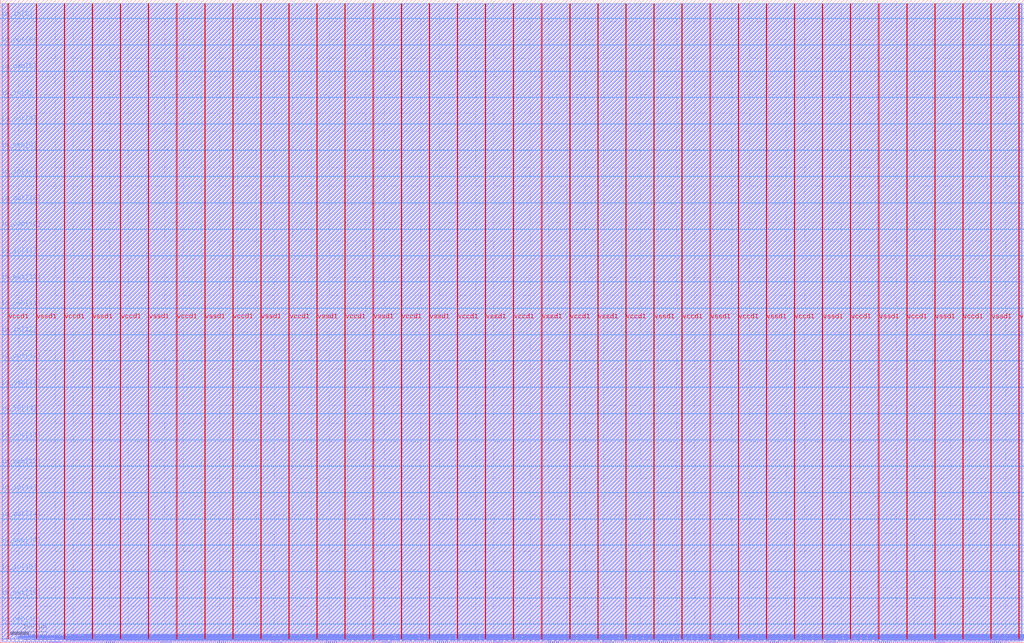
<source format=lef>
VERSION 5.7 ;
  NOWIREEXTENSIONATPIN ON ;
  DIVIDERCHAR "/" ;
  BUSBITCHARS "[]" ;
MACRO Edge_Circuit_Designer
  CLASS BLOCK ;
  FOREIGN Edge_Circuit_Designer ;
  ORIGIN 0.000 0.000 ;
  SIZE 2800.000 BY 1760.000 ;
  PIN io_in[0]
    DIRECTION INPUT ;
    USE SIGNAL ;
    PORT
      LAYER met3 ;
        RECT 2796.000 50.360 2800.000 50.960 ;
    END
  END io_in[0]
  PIN io_in[10]
    DIRECTION INPUT ;
    USE SIGNAL ;
    PORT
      LAYER met3 ;
        RECT 0.000 1275.720 4.000 1276.320 ;
    END
  END io_in[10]
  PIN io_in[11]
    DIRECTION INPUT ;
    USE SIGNAL ;
    PORT
      LAYER met3 ;
        RECT 0.000 1059.480 4.000 1060.080 ;
    END
  END io_in[11]
  PIN io_in[12]
    DIRECTION INPUT ;
    USE SIGNAL ;
    PORT
      LAYER met3 ;
        RECT 0.000 843.240 4.000 843.840 ;
    END
  END io_in[12]
  PIN io_in[13]
    DIRECTION INPUT ;
    USE SIGNAL ;
    PORT
      LAYER met3 ;
        RECT 0.000 627.000 4.000 627.600 ;
    END
  END io_in[13]
  PIN io_in[14]
    DIRECTION INPUT ;
    USE SIGNAL ;
    PORT
      LAYER met3 ;
        RECT 0.000 410.760 4.000 411.360 ;
    END
  END io_in[14]
  PIN io_in[15]
    DIRECTION INPUT ;
    USE SIGNAL ;
    PORT
      LAYER met3 ;
        RECT 0.000 194.520 4.000 195.120 ;
    END
  END io_in[15]
  PIN io_in[1]
    DIRECTION INPUT ;
    USE SIGNAL ;
    PORT
      LAYER met3 ;
        RECT 2796.000 266.600 2800.000 267.200 ;
    END
  END io_in[1]
  PIN io_in[2]
    DIRECTION INPUT ;
    USE SIGNAL ;
    PORT
      LAYER met3 ;
        RECT 2796.000 482.840 2800.000 483.440 ;
    END
  END io_in[2]
  PIN io_in[3]
    DIRECTION INPUT ;
    USE SIGNAL ;
    PORT
      LAYER met3 ;
        RECT 2796.000 699.080 2800.000 699.680 ;
    END
  END io_in[3]
  PIN io_in[4]
    DIRECTION INPUT ;
    USE SIGNAL ;
    PORT
      LAYER met3 ;
        RECT 2796.000 915.320 2800.000 915.920 ;
    END
  END io_in[4]
  PIN io_in[5]
    DIRECTION INPUT ;
    USE SIGNAL ;
    PORT
      LAYER met3 ;
        RECT 2796.000 1131.560 2800.000 1132.160 ;
    END
  END io_in[5]
  PIN io_in[6]
    DIRECTION INPUT ;
    USE SIGNAL ;
    PORT
      LAYER met3 ;
        RECT 2796.000 1347.800 2800.000 1348.400 ;
    END
  END io_in[6]
  PIN io_in[7]
    DIRECTION INPUT ;
    USE SIGNAL ;
    PORT
      LAYER met3 ;
        RECT 2796.000 1564.040 2800.000 1564.640 ;
    END
  END io_in[7]
  PIN io_in[8]
    DIRECTION INPUT ;
    USE SIGNAL ;
    PORT
      LAYER met3 ;
        RECT 0.000 1708.200 4.000 1708.800 ;
    END
  END io_in[8]
  PIN io_in[9]
    DIRECTION INPUT ;
    USE SIGNAL ;
    PORT
      LAYER met3 ;
        RECT 0.000 1491.960 4.000 1492.560 ;
    END
  END io_in[9]
  PIN io_oeb[0]
    DIRECTION OUTPUT TRISTATE ;
    USE SIGNAL ;
    ANTENNADIFFAREA 2.673000 ;
    PORT
      LAYER met3 ;
        RECT 2796.000 194.520 2800.000 195.120 ;
    END
  END io_oeb[0]
  PIN io_oeb[10]
    DIRECTION OUTPUT TRISTATE ;
    USE SIGNAL ;
    ANTENNADIFFAREA 2.673000 ;
    PORT
      LAYER met3 ;
        RECT 0.000 1131.560 4.000 1132.160 ;
    END
  END io_oeb[10]
  PIN io_oeb[11]
    DIRECTION OUTPUT TRISTATE ;
    USE SIGNAL ;
    ANTENNADIFFAREA 2.673000 ;
    PORT
      LAYER met3 ;
        RECT 0.000 915.320 4.000 915.920 ;
    END
  END io_oeb[11]
  PIN io_oeb[12]
    DIRECTION OUTPUT TRISTATE ;
    USE SIGNAL ;
    ANTENNADIFFAREA 2.673000 ;
    PORT
      LAYER met3 ;
        RECT 0.000 699.080 4.000 699.680 ;
    END
  END io_oeb[12]
  PIN io_oeb[13]
    DIRECTION OUTPUT TRISTATE ;
    USE SIGNAL ;
    ANTENNADIFFAREA 2.673000 ;
    PORT
      LAYER met3 ;
        RECT 0.000 482.840 4.000 483.440 ;
    END
  END io_oeb[13]
  PIN io_oeb[14]
    DIRECTION OUTPUT TRISTATE ;
    USE SIGNAL ;
    ANTENNADIFFAREA 2.673000 ;
    PORT
      LAYER met3 ;
        RECT 0.000 266.600 4.000 267.200 ;
    END
  END io_oeb[14]
  PIN io_oeb[15]
    DIRECTION OUTPUT TRISTATE ;
    USE SIGNAL ;
    ANTENNADIFFAREA 2.673000 ;
    PORT
      LAYER met3 ;
        RECT 0.000 50.360 4.000 50.960 ;
    END
  END io_oeb[15]
  PIN io_oeb[1]
    DIRECTION OUTPUT TRISTATE ;
    USE SIGNAL ;
    ANTENNADIFFAREA 2.673000 ;
    PORT
      LAYER met3 ;
        RECT 2796.000 410.760 2800.000 411.360 ;
    END
  END io_oeb[1]
  PIN io_oeb[2]
    DIRECTION OUTPUT TRISTATE ;
    USE SIGNAL ;
    ANTENNADIFFAREA 2.673000 ;
    PORT
      LAYER met3 ;
        RECT 2796.000 627.000 2800.000 627.600 ;
    END
  END io_oeb[2]
  PIN io_oeb[3]
    DIRECTION OUTPUT TRISTATE ;
    USE SIGNAL ;
    ANTENNADIFFAREA 2.673000 ;
    PORT
      LAYER met3 ;
        RECT 2796.000 843.240 2800.000 843.840 ;
    END
  END io_oeb[3]
  PIN io_oeb[4]
    DIRECTION OUTPUT TRISTATE ;
    USE SIGNAL ;
    ANTENNADIFFAREA 2.673000 ;
    PORT
      LAYER met3 ;
        RECT 2796.000 1059.480 2800.000 1060.080 ;
    END
  END io_oeb[4]
  PIN io_oeb[5]
    DIRECTION OUTPUT TRISTATE ;
    USE SIGNAL ;
    ANTENNADIFFAREA 2.673000 ;
    PORT
      LAYER met3 ;
        RECT 2796.000 1275.720 2800.000 1276.320 ;
    END
  END io_oeb[5]
  PIN io_oeb[6]
    DIRECTION OUTPUT TRISTATE ;
    USE SIGNAL ;
    ANTENNADIFFAREA 2.673000 ;
    PORT
      LAYER met3 ;
        RECT 2796.000 1491.960 2800.000 1492.560 ;
    END
  END io_oeb[6]
  PIN io_oeb[7]
    DIRECTION OUTPUT TRISTATE ;
    USE SIGNAL ;
    ANTENNADIFFAREA 2.673000 ;
    PORT
      LAYER met3 ;
        RECT 2796.000 1708.200 2800.000 1708.800 ;
    END
  END io_oeb[7]
  PIN io_oeb[8]
    DIRECTION OUTPUT TRISTATE ;
    USE SIGNAL ;
    ANTENNADIFFAREA 2.673000 ;
    PORT
      LAYER met3 ;
        RECT 0.000 1564.040 4.000 1564.640 ;
    END
  END io_oeb[8]
  PIN io_oeb[9]
    DIRECTION OUTPUT TRISTATE ;
    USE SIGNAL ;
    ANTENNADIFFAREA 2.673000 ;
    PORT
      LAYER met3 ;
        RECT 0.000 1347.800 4.000 1348.400 ;
    END
  END io_oeb[9]
  PIN io_out[0]
    DIRECTION OUTPUT TRISTATE ;
    USE SIGNAL ;
    ANTENNADIFFAREA 2.673000 ;
    PORT
      LAYER met3 ;
        RECT 2796.000 122.440 2800.000 123.040 ;
    END
  END io_out[0]
  PIN io_out[10]
    DIRECTION OUTPUT TRISTATE ;
    USE SIGNAL ;
    ANTENNADIFFAREA 2.673000 ;
    PORT
      LAYER met3 ;
        RECT 0.000 1203.640 4.000 1204.240 ;
    END
  END io_out[10]
  PIN io_out[11]
    DIRECTION OUTPUT TRISTATE ;
    USE SIGNAL ;
    ANTENNADIFFAREA 2.673000 ;
    PORT
      LAYER met3 ;
        RECT 0.000 987.400 4.000 988.000 ;
    END
  END io_out[11]
  PIN io_out[12]
    DIRECTION OUTPUT TRISTATE ;
    USE SIGNAL ;
    ANTENNADIFFAREA 2.673000 ;
    PORT
      LAYER met3 ;
        RECT 0.000 771.160 4.000 771.760 ;
    END
  END io_out[12]
  PIN io_out[13]
    DIRECTION OUTPUT TRISTATE ;
    USE SIGNAL ;
    ANTENNADIFFAREA 2.673000 ;
    PORT
      LAYER met3 ;
        RECT 0.000 554.920 4.000 555.520 ;
    END
  END io_out[13]
  PIN io_out[14]
    DIRECTION OUTPUT TRISTATE ;
    USE SIGNAL ;
    ANTENNADIFFAREA 2.673000 ;
    PORT
      LAYER met3 ;
        RECT 0.000 338.680 4.000 339.280 ;
    END
  END io_out[14]
  PIN io_out[15]
    DIRECTION OUTPUT TRISTATE ;
    USE SIGNAL ;
    ANTENNADIFFAREA 2.673000 ;
    PORT
      LAYER met3 ;
        RECT 0.000 122.440 4.000 123.040 ;
    END
  END io_out[15]
  PIN io_out[1]
    DIRECTION OUTPUT TRISTATE ;
    USE SIGNAL ;
    ANTENNADIFFAREA 2.673000 ;
    PORT
      LAYER met3 ;
        RECT 2796.000 338.680 2800.000 339.280 ;
    END
  END io_out[1]
  PIN io_out[2]
    DIRECTION OUTPUT TRISTATE ;
    USE SIGNAL ;
    ANTENNADIFFAREA 2.673000 ;
    PORT
      LAYER met3 ;
        RECT 2796.000 554.920 2800.000 555.520 ;
    END
  END io_out[2]
  PIN io_out[3]
    DIRECTION OUTPUT TRISTATE ;
    USE SIGNAL ;
    ANTENNADIFFAREA 2.673000 ;
    PORT
      LAYER met3 ;
        RECT 2796.000 771.160 2800.000 771.760 ;
    END
  END io_out[3]
  PIN io_out[4]
    DIRECTION OUTPUT TRISTATE ;
    USE SIGNAL ;
    ANTENNADIFFAREA 2.673000 ;
    PORT
      LAYER met3 ;
        RECT 2796.000 987.400 2800.000 988.000 ;
    END
  END io_out[4]
  PIN io_out[5]
    DIRECTION OUTPUT TRISTATE ;
    USE SIGNAL ;
    ANTENNADIFFAREA 2.673000 ;
    PORT
      LAYER met3 ;
        RECT 2796.000 1203.640 2800.000 1204.240 ;
    END
  END io_out[5]
  PIN io_out[6]
    DIRECTION OUTPUT TRISTATE ;
    USE SIGNAL ;
    ANTENNADIFFAREA 2.673000 ;
    PORT
      LAYER met3 ;
        RECT 2796.000 1419.880 2800.000 1420.480 ;
    END
  END io_out[6]
  PIN io_out[7]
    DIRECTION OUTPUT TRISTATE ;
    USE SIGNAL ;
    ANTENNADIFFAREA 2.673000 ;
    PORT
      LAYER met3 ;
        RECT 2796.000 1636.120 2800.000 1636.720 ;
    END
  END io_out[7]
  PIN io_out[8]
    DIRECTION OUTPUT TRISTATE ;
    USE SIGNAL ;
    ANTENNADIFFAREA 2.673000 ;
    PORT
      LAYER met3 ;
        RECT 0.000 1636.120 4.000 1636.720 ;
    END
  END io_out[8]
  PIN io_out[9]
    DIRECTION OUTPUT TRISTATE ;
    USE SIGNAL ;
    ANTENNADIFFAREA 2.673000 ;
    PORT
      LAYER met3 ;
        RECT 0.000 1419.880 4.000 1420.480 ;
    END
  END io_out[9]
  PIN irq[0]
    DIRECTION OUTPUT TRISTATE ;
    USE SIGNAL ;
    PORT
      LAYER met2 ;
        RECT 2746.750 0.000 2747.030 4.000 ;
    END
  END irq[0]
  PIN irq[1]
    DIRECTION OUTPUT TRISTATE ;
    USE SIGNAL ;
    PORT
      LAYER met2 ;
        RECT 2752.270 0.000 2752.550 4.000 ;
    END
  END irq[1]
  PIN irq[2]
    DIRECTION OUTPUT TRISTATE ;
    USE SIGNAL ;
    PORT
      LAYER met2 ;
        RECT 2757.790 0.000 2758.070 4.000 ;
    END
  END irq[2]
  PIN la_data_in[0]
    DIRECTION INPUT ;
    USE SIGNAL ;
    PORT
      LAYER met2 ;
        RECT 627.070 0.000 627.350 4.000 ;
    END
  END la_data_in[0]
  PIN la_data_in[100]
    DIRECTION INPUT ;
    USE SIGNAL ;
    PORT
      LAYER met2 ;
        RECT 2283.070 0.000 2283.350 4.000 ;
    END
  END la_data_in[100]
  PIN la_data_in[101]
    DIRECTION INPUT ;
    USE SIGNAL ;
    PORT
      LAYER met2 ;
        RECT 2299.630 0.000 2299.910 4.000 ;
    END
  END la_data_in[101]
  PIN la_data_in[102]
    DIRECTION INPUT ;
    USE SIGNAL ;
    PORT
      LAYER met2 ;
        RECT 2316.190 0.000 2316.470 4.000 ;
    END
  END la_data_in[102]
  PIN la_data_in[103]
    DIRECTION INPUT ;
    USE SIGNAL ;
    PORT
      LAYER met2 ;
        RECT 2332.750 0.000 2333.030 4.000 ;
    END
  END la_data_in[103]
  PIN la_data_in[104]
    DIRECTION INPUT ;
    USE SIGNAL ;
    PORT
      LAYER met2 ;
        RECT 2349.310 0.000 2349.590 4.000 ;
    END
  END la_data_in[104]
  PIN la_data_in[105]
    DIRECTION INPUT ;
    USE SIGNAL ;
    PORT
      LAYER met2 ;
        RECT 2365.870 0.000 2366.150 4.000 ;
    END
  END la_data_in[105]
  PIN la_data_in[106]
    DIRECTION INPUT ;
    USE SIGNAL ;
    PORT
      LAYER met2 ;
        RECT 2382.430 0.000 2382.710 4.000 ;
    END
  END la_data_in[106]
  PIN la_data_in[107]
    DIRECTION INPUT ;
    USE SIGNAL ;
    PORT
      LAYER met2 ;
        RECT 2398.990 0.000 2399.270 4.000 ;
    END
  END la_data_in[107]
  PIN la_data_in[108]
    DIRECTION INPUT ;
    USE SIGNAL ;
    PORT
      LAYER met2 ;
        RECT 2415.550 0.000 2415.830 4.000 ;
    END
  END la_data_in[108]
  PIN la_data_in[109]
    DIRECTION INPUT ;
    USE SIGNAL ;
    PORT
      LAYER met2 ;
        RECT 2432.110 0.000 2432.390 4.000 ;
    END
  END la_data_in[109]
  PIN la_data_in[10]
    DIRECTION INPUT ;
    USE SIGNAL ;
    PORT
      LAYER met2 ;
        RECT 792.670 0.000 792.950 4.000 ;
    END
  END la_data_in[10]
  PIN la_data_in[110]
    DIRECTION INPUT ;
    USE SIGNAL ;
    PORT
      LAYER met2 ;
        RECT 2448.670 0.000 2448.950 4.000 ;
    END
  END la_data_in[110]
  PIN la_data_in[111]
    DIRECTION INPUT ;
    USE SIGNAL ;
    PORT
      LAYER met2 ;
        RECT 2465.230 0.000 2465.510 4.000 ;
    END
  END la_data_in[111]
  PIN la_data_in[112]
    DIRECTION INPUT ;
    USE SIGNAL ;
    PORT
      LAYER met2 ;
        RECT 2481.790 0.000 2482.070 4.000 ;
    END
  END la_data_in[112]
  PIN la_data_in[113]
    DIRECTION INPUT ;
    USE SIGNAL ;
    PORT
      LAYER met2 ;
        RECT 2498.350 0.000 2498.630 4.000 ;
    END
  END la_data_in[113]
  PIN la_data_in[114]
    DIRECTION INPUT ;
    USE SIGNAL ;
    PORT
      LAYER met2 ;
        RECT 2514.910 0.000 2515.190 4.000 ;
    END
  END la_data_in[114]
  PIN la_data_in[115]
    DIRECTION INPUT ;
    USE SIGNAL ;
    PORT
      LAYER met2 ;
        RECT 2531.470 0.000 2531.750 4.000 ;
    END
  END la_data_in[115]
  PIN la_data_in[116]
    DIRECTION INPUT ;
    USE SIGNAL ;
    PORT
      LAYER met2 ;
        RECT 2548.030 0.000 2548.310 4.000 ;
    END
  END la_data_in[116]
  PIN la_data_in[117]
    DIRECTION INPUT ;
    USE SIGNAL ;
    PORT
      LAYER met2 ;
        RECT 2564.590 0.000 2564.870 4.000 ;
    END
  END la_data_in[117]
  PIN la_data_in[118]
    DIRECTION INPUT ;
    USE SIGNAL ;
    PORT
      LAYER met2 ;
        RECT 2581.150 0.000 2581.430 4.000 ;
    END
  END la_data_in[118]
  PIN la_data_in[119]
    DIRECTION INPUT ;
    USE SIGNAL ;
    PORT
      LAYER met2 ;
        RECT 2597.710 0.000 2597.990 4.000 ;
    END
  END la_data_in[119]
  PIN la_data_in[11]
    DIRECTION INPUT ;
    USE SIGNAL ;
    PORT
      LAYER met2 ;
        RECT 809.230 0.000 809.510 4.000 ;
    END
  END la_data_in[11]
  PIN la_data_in[120]
    DIRECTION INPUT ;
    USE SIGNAL ;
    PORT
      LAYER met2 ;
        RECT 2614.270 0.000 2614.550 4.000 ;
    END
  END la_data_in[120]
  PIN la_data_in[121]
    DIRECTION INPUT ;
    USE SIGNAL ;
    PORT
      LAYER met2 ;
        RECT 2630.830 0.000 2631.110 4.000 ;
    END
  END la_data_in[121]
  PIN la_data_in[122]
    DIRECTION INPUT ;
    USE SIGNAL ;
    PORT
      LAYER met2 ;
        RECT 2647.390 0.000 2647.670 4.000 ;
    END
  END la_data_in[122]
  PIN la_data_in[123]
    DIRECTION INPUT ;
    USE SIGNAL ;
    PORT
      LAYER met2 ;
        RECT 2663.950 0.000 2664.230 4.000 ;
    END
  END la_data_in[123]
  PIN la_data_in[124]
    DIRECTION INPUT ;
    USE SIGNAL ;
    PORT
      LAYER met2 ;
        RECT 2680.510 0.000 2680.790 4.000 ;
    END
  END la_data_in[124]
  PIN la_data_in[125]
    DIRECTION INPUT ;
    USE SIGNAL ;
    PORT
      LAYER met2 ;
        RECT 2697.070 0.000 2697.350 4.000 ;
    END
  END la_data_in[125]
  PIN la_data_in[126]
    DIRECTION INPUT ;
    USE SIGNAL ;
    PORT
      LAYER met2 ;
        RECT 2713.630 0.000 2713.910 4.000 ;
    END
  END la_data_in[126]
  PIN la_data_in[127]
    DIRECTION INPUT ;
    USE SIGNAL ;
    PORT
      LAYER met2 ;
        RECT 2730.190 0.000 2730.470 4.000 ;
    END
  END la_data_in[127]
  PIN la_data_in[12]
    DIRECTION INPUT ;
    USE SIGNAL ;
    PORT
      LAYER met2 ;
        RECT 825.790 0.000 826.070 4.000 ;
    END
  END la_data_in[12]
  PIN la_data_in[13]
    DIRECTION INPUT ;
    USE SIGNAL ;
    PORT
      LAYER met2 ;
        RECT 842.350 0.000 842.630 4.000 ;
    END
  END la_data_in[13]
  PIN la_data_in[14]
    DIRECTION INPUT ;
    USE SIGNAL ;
    PORT
      LAYER met2 ;
        RECT 858.910 0.000 859.190 4.000 ;
    END
  END la_data_in[14]
  PIN la_data_in[15]
    DIRECTION INPUT ;
    USE SIGNAL ;
    PORT
      LAYER met2 ;
        RECT 875.470 0.000 875.750 4.000 ;
    END
  END la_data_in[15]
  PIN la_data_in[16]
    DIRECTION INPUT ;
    USE SIGNAL ;
    PORT
      LAYER met2 ;
        RECT 892.030 0.000 892.310 4.000 ;
    END
  END la_data_in[16]
  PIN la_data_in[17]
    DIRECTION INPUT ;
    USE SIGNAL ;
    PORT
      LAYER met2 ;
        RECT 908.590 0.000 908.870 4.000 ;
    END
  END la_data_in[17]
  PIN la_data_in[18]
    DIRECTION INPUT ;
    USE SIGNAL ;
    PORT
      LAYER met2 ;
        RECT 925.150 0.000 925.430 4.000 ;
    END
  END la_data_in[18]
  PIN la_data_in[19]
    DIRECTION INPUT ;
    USE SIGNAL ;
    PORT
      LAYER met2 ;
        RECT 941.710 0.000 941.990 4.000 ;
    END
  END la_data_in[19]
  PIN la_data_in[1]
    DIRECTION INPUT ;
    USE SIGNAL ;
    PORT
      LAYER met2 ;
        RECT 643.630 0.000 643.910 4.000 ;
    END
  END la_data_in[1]
  PIN la_data_in[20]
    DIRECTION INPUT ;
    USE SIGNAL ;
    PORT
      LAYER met2 ;
        RECT 958.270 0.000 958.550 4.000 ;
    END
  END la_data_in[20]
  PIN la_data_in[21]
    DIRECTION INPUT ;
    USE SIGNAL ;
    PORT
      LAYER met2 ;
        RECT 974.830 0.000 975.110 4.000 ;
    END
  END la_data_in[21]
  PIN la_data_in[22]
    DIRECTION INPUT ;
    USE SIGNAL ;
    PORT
      LAYER met2 ;
        RECT 991.390 0.000 991.670 4.000 ;
    END
  END la_data_in[22]
  PIN la_data_in[23]
    DIRECTION INPUT ;
    USE SIGNAL ;
    PORT
      LAYER met2 ;
        RECT 1007.950 0.000 1008.230 4.000 ;
    END
  END la_data_in[23]
  PIN la_data_in[24]
    DIRECTION INPUT ;
    USE SIGNAL ;
    PORT
      LAYER met2 ;
        RECT 1024.510 0.000 1024.790 4.000 ;
    END
  END la_data_in[24]
  PIN la_data_in[25]
    DIRECTION INPUT ;
    USE SIGNAL ;
    PORT
      LAYER met2 ;
        RECT 1041.070 0.000 1041.350 4.000 ;
    END
  END la_data_in[25]
  PIN la_data_in[26]
    DIRECTION INPUT ;
    USE SIGNAL ;
    PORT
      LAYER met2 ;
        RECT 1057.630 0.000 1057.910 4.000 ;
    END
  END la_data_in[26]
  PIN la_data_in[27]
    DIRECTION INPUT ;
    USE SIGNAL ;
    PORT
      LAYER met2 ;
        RECT 1074.190 0.000 1074.470 4.000 ;
    END
  END la_data_in[27]
  PIN la_data_in[28]
    DIRECTION INPUT ;
    USE SIGNAL ;
    PORT
      LAYER met2 ;
        RECT 1090.750 0.000 1091.030 4.000 ;
    END
  END la_data_in[28]
  PIN la_data_in[29]
    DIRECTION INPUT ;
    USE SIGNAL ;
    PORT
      LAYER met2 ;
        RECT 1107.310 0.000 1107.590 4.000 ;
    END
  END la_data_in[29]
  PIN la_data_in[2]
    DIRECTION INPUT ;
    USE SIGNAL ;
    PORT
      LAYER met2 ;
        RECT 660.190 0.000 660.470 4.000 ;
    END
  END la_data_in[2]
  PIN la_data_in[30]
    DIRECTION INPUT ;
    USE SIGNAL ;
    PORT
      LAYER met2 ;
        RECT 1123.870 0.000 1124.150 4.000 ;
    END
  END la_data_in[30]
  PIN la_data_in[31]
    DIRECTION INPUT ;
    USE SIGNAL ;
    PORT
      LAYER met2 ;
        RECT 1140.430 0.000 1140.710 4.000 ;
    END
  END la_data_in[31]
  PIN la_data_in[32]
    DIRECTION INPUT ;
    USE SIGNAL ;
    PORT
      LAYER met2 ;
        RECT 1156.990 0.000 1157.270 4.000 ;
    END
  END la_data_in[32]
  PIN la_data_in[33]
    DIRECTION INPUT ;
    USE SIGNAL ;
    PORT
      LAYER met2 ;
        RECT 1173.550 0.000 1173.830 4.000 ;
    END
  END la_data_in[33]
  PIN la_data_in[34]
    DIRECTION INPUT ;
    USE SIGNAL ;
    PORT
      LAYER met2 ;
        RECT 1190.110 0.000 1190.390 4.000 ;
    END
  END la_data_in[34]
  PIN la_data_in[35]
    DIRECTION INPUT ;
    USE SIGNAL ;
    PORT
      LAYER met2 ;
        RECT 1206.670 0.000 1206.950 4.000 ;
    END
  END la_data_in[35]
  PIN la_data_in[36]
    DIRECTION INPUT ;
    USE SIGNAL ;
    PORT
      LAYER met2 ;
        RECT 1223.230 0.000 1223.510 4.000 ;
    END
  END la_data_in[36]
  PIN la_data_in[37]
    DIRECTION INPUT ;
    USE SIGNAL ;
    PORT
      LAYER met2 ;
        RECT 1239.790 0.000 1240.070 4.000 ;
    END
  END la_data_in[37]
  PIN la_data_in[38]
    DIRECTION INPUT ;
    USE SIGNAL ;
    PORT
      LAYER met2 ;
        RECT 1256.350 0.000 1256.630 4.000 ;
    END
  END la_data_in[38]
  PIN la_data_in[39]
    DIRECTION INPUT ;
    USE SIGNAL ;
    PORT
      LAYER met2 ;
        RECT 1272.910 0.000 1273.190 4.000 ;
    END
  END la_data_in[39]
  PIN la_data_in[3]
    DIRECTION INPUT ;
    USE SIGNAL ;
    PORT
      LAYER met2 ;
        RECT 676.750 0.000 677.030 4.000 ;
    END
  END la_data_in[3]
  PIN la_data_in[40]
    DIRECTION INPUT ;
    USE SIGNAL ;
    PORT
      LAYER met2 ;
        RECT 1289.470 0.000 1289.750 4.000 ;
    END
  END la_data_in[40]
  PIN la_data_in[41]
    DIRECTION INPUT ;
    USE SIGNAL ;
    PORT
      LAYER met2 ;
        RECT 1306.030 0.000 1306.310 4.000 ;
    END
  END la_data_in[41]
  PIN la_data_in[42]
    DIRECTION INPUT ;
    USE SIGNAL ;
    PORT
      LAYER met2 ;
        RECT 1322.590 0.000 1322.870 4.000 ;
    END
  END la_data_in[42]
  PIN la_data_in[43]
    DIRECTION INPUT ;
    USE SIGNAL ;
    PORT
      LAYER met2 ;
        RECT 1339.150 0.000 1339.430 4.000 ;
    END
  END la_data_in[43]
  PIN la_data_in[44]
    DIRECTION INPUT ;
    USE SIGNAL ;
    PORT
      LAYER met2 ;
        RECT 1355.710 0.000 1355.990 4.000 ;
    END
  END la_data_in[44]
  PIN la_data_in[45]
    DIRECTION INPUT ;
    USE SIGNAL ;
    PORT
      LAYER met2 ;
        RECT 1372.270 0.000 1372.550 4.000 ;
    END
  END la_data_in[45]
  PIN la_data_in[46]
    DIRECTION INPUT ;
    USE SIGNAL ;
    PORT
      LAYER met2 ;
        RECT 1388.830 0.000 1389.110 4.000 ;
    END
  END la_data_in[46]
  PIN la_data_in[47]
    DIRECTION INPUT ;
    USE SIGNAL ;
    PORT
      LAYER met2 ;
        RECT 1405.390 0.000 1405.670 4.000 ;
    END
  END la_data_in[47]
  PIN la_data_in[48]
    DIRECTION INPUT ;
    USE SIGNAL ;
    PORT
      LAYER met2 ;
        RECT 1421.950 0.000 1422.230 4.000 ;
    END
  END la_data_in[48]
  PIN la_data_in[49]
    DIRECTION INPUT ;
    USE SIGNAL ;
    PORT
      LAYER met2 ;
        RECT 1438.510 0.000 1438.790 4.000 ;
    END
  END la_data_in[49]
  PIN la_data_in[4]
    DIRECTION INPUT ;
    USE SIGNAL ;
    PORT
      LAYER met2 ;
        RECT 693.310 0.000 693.590 4.000 ;
    END
  END la_data_in[4]
  PIN la_data_in[50]
    DIRECTION INPUT ;
    USE SIGNAL ;
    PORT
      LAYER met2 ;
        RECT 1455.070 0.000 1455.350 4.000 ;
    END
  END la_data_in[50]
  PIN la_data_in[51]
    DIRECTION INPUT ;
    USE SIGNAL ;
    PORT
      LAYER met2 ;
        RECT 1471.630 0.000 1471.910 4.000 ;
    END
  END la_data_in[51]
  PIN la_data_in[52]
    DIRECTION INPUT ;
    USE SIGNAL ;
    PORT
      LAYER met2 ;
        RECT 1488.190 0.000 1488.470 4.000 ;
    END
  END la_data_in[52]
  PIN la_data_in[53]
    DIRECTION INPUT ;
    USE SIGNAL ;
    PORT
      LAYER met2 ;
        RECT 1504.750 0.000 1505.030 4.000 ;
    END
  END la_data_in[53]
  PIN la_data_in[54]
    DIRECTION INPUT ;
    USE SIGNAL ;
    PORT
      LAYER met2 ;
        RECT 1521.310 0.000 1521.590 4.000 ;
    END
  END la_data_in[54]
  PIN la_data_in[55]
    DIRECTION INPUT ;
    USE SIGNAL ;
    PORT
      LAYER met2 ;
        RECT 1537.870 0.000 1538.150 4.000 ;
    END
  END la_data_in[55]
  PIN la_data_in[56]
    DIRECTION INPUT ;
    USE SIGNAL ;
    PORT
      LAYER met2 ;
        RECT 1554.430 0.000 1554.710 4.000 ;
    END
  END la_data_in[56]
  PIN la_data_in[57]
    DIRECTION INPUT ;
    USE SIGNAL ;
    PORT
      LAYER met2 ;
        RECT 1570.990 0.000 1571.270 4.000 ;
    END
  END la_data_in[57]
  PIN la_data_in[58]
    DIRECTION INPUT ;
    USE SIGNAL ;
    PORT
      LAYER met2 ;
        RECT 1587.550 0.000 1587.830 4.000 ;
    END
  END la_data_in[58]
  PIN la_data_in[59]
    DIRECTION INPUT ;
    USE SIGNAL ;
    PORT
      LAYER met2 ;
        RECT 1604.110 0.000 1604.390 4.000 ;
    END
  END la_data_in[59]
  PIN la_data_in[5]
    DIRECTION INPUT ;
    USE SIGNAL ;
    PORT
      LAYER met2 ;
        RECT 709.870 0.000 710.150 4.000 ;
    END
  END la_data_in[5]
  PIN la_data_in[60]
    DIRECTION INPUT ;
    USE SIGNAL ;
    PORT
      LAYER met2 ;
        RECT 1620.670 0.000 1620.950 4.000 ;
    END
  END la_data_in[60]
  PIN la_data_in[61]
    DIRECTION INPUT ;
    USE SIGNAL ;
    PORT
      LAYER met2 ;
        RECT 1637.230 0.000 1637.510 4.000 ;
    END
  END la_data_in[61]
  PIN la_data_in[62]
    DIRECTION INPUT ;
    USE SIGNAL ;
    PORT
      LAYER met2 ;
        RECT 1653.790 0.000 1654.070 4.000 ;
    END
  END la_data_in[62]
  PIN la_data_in[63]
    DIRECTION INPUT ;
    USE SIGNAL ;
    PORT
      LAYER met2 ;
        RECT 1670.350 0.000 1670.630 4.000 ;
    END
  END la_data_in[63]
  PIN la_data_in[64]
    DIRECTION INPUT ;
    USE SIGNAL ;
    ANTENNAGATEAREA 0.426000 ;
    PORT
      LAYER met2 ;
        RECT 1686.910 0.000 1687.190 4.000 ;
    END
  END la_data_in[64]
  PIN la_data_in[65]
    DIRECTION INPUT ;
    USE SIGNAL ;
    ANTENNAGATEAREA 0.126000 ;
    PORT
      LAYER met2 ;
        RECT 1703.470 0.000 1703.750 4.000 ;
    END
  END la_data_in[65]
  PIN la_data_in[66]
    DIRECTION INPUT ;
    USE SIGNAL ;
    PORT
      LAYER met2 ;
        RECT 1720.030 0.000 1720.310 4.000 ;
    END
  END la_data_in[66]
  PIN la_data_in[67]
    DIRECTION INPUT ;
    USE SIGNAL ;
    PORT
      LAYER met2 ;
        RECT 1736.590 0.000 1736.870 4.000 ;
    END
  END la_data_in[67]
  PIN la_data_in[68]
    DIRECTION INPUT ;
    USE SIGNAL ;
    PORT
      LAYER met2 ;
        RECT 1753.150 0.000 1753.430 4.000 ;
    END
  END la_data_in[68]
  PIN la_data_in[69]
    DIRECTION INPUT ;
    USE SIGNAL ;
    PORT
      LAYER met2 ;
        RECT 1769.710 0.000 1769.990 4.000 ;
    END
  END la_data_in[69]
  PIN la_data_in[6]
    DIRECTION INPUT ;
    USE SIGNAL ;
    PORT
      LAYER met2 ;
        RECT 726.430 0.000 726.710 4.000 ;
    END
  END la_data_in[6]
  PIN la_data_in[70]
    DIRECTION INPUT ;
    USE SIGNAL ;
    PORT
      LAYER met2 ;
        RECT 1786.270 0.000 1786.550 4.000 ;
    END
  END la_data_in[70]
  PIN la_data_in[71]
    DIRECTION INPUT ;
    USE SIGNAL ;
    PORT
      LAYER met2 ;
        RECT 1802.830 0.000 1803.110 4.000 ;
    END
  END la_data_in[71]
  PIN la_data_in[72]
    DIRECTION INPUT ;
    USE SIGNAL ;
    PORT
      LAYER met2 ;
        RECT 1819.390 0.000 1819.670 4.000 ;
    END
  END la_data_in[72]
  PIN la_data_in[73]
    DIRECTION INPUT ;
    USE SIGNAL ;
    PORT
      LAYER met2 ;
        RECT 1835.950 0.000 1836.230 4.000 ;
    END
  END la_data_in[73]
  PIN la_data_in[74]
    DIRECTION INPUT ;
    USE SIGNAL ;
    PORT
      LAYER met2 ;
        RECT 1852.510 0.000 1852.790 4.000 ;
    END
  END la_data_in[74]
  PIN la_data_in[75]
    DIRECTION INPUT ;
    USE SIGNAL ;
    PORT
      LAYER met2 ;
        RECT 1869.070 0.000 1869.350 4.000 ;
    END
  END la_data_in[75]
  PIN la_data_in[76]
    DIRECTION INPUT ;
    USE SIGNAL ;
    PORT
      LAYER met2 ;
        RECT 1885.630 0.000 1885.910 4.000 ;
    END
  END la_data_in[76]
  PIN la_data_in[77]
    DIRECTION INPUT ;
    USE SIGNAL ;
    PORT
      LAYER met2 ;
        RECT 1902.190 0.000 1902.470 4.000 ;
    END
  END la_data_in[77]
  PIN la_data_in[78]
    DIRECTION INPUT ;
    USE SIGNAL ;
    PORT
      LAYER met2 ;
        RECT 1918.750 0.000 1919.030 4.000 ;
    END
  END la_data_in[78]
  PIN la_data_in[79]
    DIRECTION INPUT ;
    USE SIGNAL ;
    PORT
      LAYER met2 ;
        RECT 1935.310 0.000 1935.590 4.000 ;
    END
  END la_data_in[79]
  PIN la_data_in[7]
    DIRECTION INPUT ;
    USE SIGNAL ;
    PORT
      LAYER met2 ;
        RECT 742.990 0.000 743.270 4.000 ;
    END
  END la_data_in[7]
  PIN la_data_in[80]
    DIRECTION INPUT ;
    USE SIGNAL ;
    PORT
      LAYER met2 ;
        RECT 1951.870 0.000 1952.150 4.000 ;
    END
  END la_data_in[80]
  PIN la_data_in[81]
    DIRECTION INPUT ;
    USE SIGNAL ;
    PORT
      LAYER met2 ;
        RECT 1968.430 0.000 1968.710 4.000 ;
    END
  END la_data_in[81]
  PIN la_data_in[82]
    DIRECTION INPUT ;
    USE SIGNAL ;
    PORT
      LAYER met2 ;
        RECT 1984.990 0.000 1985.270 4.000 ;
    END
  END la_data_in[82]
  PIN la_data_in[83]
    DIRECTION INPUT ;
    USE SIGNAL ;
    PORT
      LAYER met2 ;
        RECT 2001.550 0.000 2001.830 4.000 ;
    END
  END la_data_in[83]
  PIN la_data_in[84]
    DIRECTION INPUT ;
    USE SIGNAL ;
    PORT
      LAYER met2 ;
        RECT 2018.110 0.000 2018.390 4.000 ;
    END
  END la_data_in[84]
  PIN la_data_in[85]
    DIRECTION INPUT ;
    USE SIGNAL ;
    PORT
      LAYER met2 ;
        RECT 2034.670 0.000 2034.950 4.000 ;
    END
  END la_data_in[85]
  PIN la_data_in[86]
    DIRECTION INPUT ;
    USE SIGNAL ;
    PORT
      LAYER met2 ;
        RECT 2051.230 0.000 2051.510 4.000 ;
    END
  END la_data_in[86]
  PIN la_data_in[87]
    DIRECTION INPUT ;
    USE SIGNAL ;
    PORT
      LAYER met2 ;
        RECT 2067.790 0.000 2068.070 4.000 ;
    END
  END la_data_in[87]
  PIN la_data_in[88]
    DIRECTION INPUT ;
    USE SIGNAL ;
    PORT
      LAYER met2 ;
        RECT 2084.350 0.000 2084.630 4.000 ;
    END
  END la_data_in[88]
  PIN la_data_in[89]
    DIRECTION INPUT ;
    USE SIGNAL ;
    PORT
      LAYER met2 ;
        RECT 2100.910 0.000 2101.190 4.000 ;
    END
  END la_data_in[89]
  PIN la_data_in[8]
    DIRECTION INPUT ;
    USE SIGNAL ;
    PORT
      LAYER met2 ;
        RECT 759.550 0.000 759.830 4.000 ;
    END
  END la_data_in[8]
  PIN la_data_in[90]
    DIRECTION INPUT ;
    USE SIGNAL ;
    PORT
      LAYER met2 ;
        RECT 2117.470 0.000 2117.750 4.000 ;
    END
  END la_data_in[90]
  PIN la_data_in[91]
    DIRECTION INPUT ;
    USE SIGNAL ;
    PORT
      LAYER met2 ;
        RECT 2134.030 0.000 2134.310 4.000 ;
    END
  END la_data_in[91]
  PIN la_data_in[92]
    DIRECTION INPUT ;
    USE SIGNAL ;
    PORT
      LAYER met2 ;
        RECT 2150.590 0.000 2150.870 4.000 ;
    END
  END la_data_in[92]
  PIN la_data_in[93]
    DIRECTION INPUT ;
    USE SIGNAL ;
    PORT
      LAYER met2 ;
        RECT 2167.150 0.000 2167.430 4.000 ;
    END
  END la_data_in[93]
  PIN la_data_in[94]
    DIRECTION INPUT ;
    USE SIGNAL ;
    PORT
      LAYER met2 ;
        RECT 2183.710 0.000 2183.990 4.000 ;
    END
  END la_data_in[94]
  PIN la_data_in[95]
    DIRECTION INPUT ;
    USE SIGNAL ;
    PORT
      LAYER met2 ;
        RECT 2200.270 0.000 2200.550 4.000 ;
    END
  END la_data_in[95]
  PIN la_data_in[96]
    DIRECTION INPUT ;
    USE SIGNAL ;
    PORT
      LAYER met2 ;
        RECT 2216.830 0.000 2217.110 4.000 ;
    END
  END la_data_in[96]
  PIN la_data_in[97]
    DIRECTION INPUT ;
    USE SIGNAL ;
    PORT
      LAYER met2 ;
        RECT 2233.390 0.000 2233.670 4.000 ;
    END
  END la_data_in[97]
  PIN la_data_in[98]
    DIRECTION INPUT ;
    USE SIGNAL ;
    PORT
      LAYER met2 ;
        RECT 2249.950 0.000 2250.230 4.000 ;
    END
  END la_data_in[98]
  PIN la_data_in[99]
    DIRECTION INPUT ;
    USE SIGNAL ;
    PORT
      LAYER met2 ;
        RECT 2266.510 0.000 2266.790 4.000 ;
    END
  END la_data_in[99]
  PIN la_data_in[9]
    DIRECTION INPUT ;
    USE SIGNAL ;
    PORT
      LAYER met2 ;
        RECT 776.110 0.000 776.390 4.000 ;
    END
  END la_data_in[9]
  PIN la_data_out[0]
    DIRECTION OUTPUT TRISTATE ;
    USE SIGNAL ;
    ANTENNADIFFAREA 2.673000 ;
    PORT
      LAYER met2 ;
        RECT 632.590 0.000 632.870 4.000 ;
    END
  END la_data_out[0]
  PIN la_data_out[100]
    DIRECTION OUTPUT TRISTATE ;
    USE SIGNAL ;
    PORT
      LAYER met2 ;
        RECT 2288.590 0.000 2288.870 4.000 ;
    END
  END la_data_out[100]
  PIN la_data_out[101]
    DIRECTION OUTPUT TRISTATE ;
    USE SIGNAL ;
    PORT
      LAYER met2 ;
        RECT 2305.150 0.000 2305.430 4.000 ;
    END
  END la_data_out[101]
  PIN la_data_out[102]
    DIRECTION OUTPUT TRISTATE ;
    USE SIGNAL ;
    PORT
      LAYER met2 ;
        RECT 2321.710 0.000 2321.990 4.000 ;
    END
  END la_data_out[102]
  PIN la_data_out[103]
    DIRECTION OUTPUT TRISTATE ;
    USE SIGNAL ;
    PORT
      LAYER met2 ;
        RECT 2338.270 0.000 2338.550 4.000 ;
    END
  END la_data_out[103]
  PIN la_data_out[104]
    DIRECTION OUTPUT TRISTATE ;
    USE SIGNAL ;
    PORT
      LAYER met2 ;
        RECT 2354.830 0.000 2355.110 4.000 ;
    END
  END la_data_out[104]
  PIN la_data_out[105]
    DIRECTION OUTPUT TRISTATE ;
    USE SIGNAL ;
    PORT
      LAYER met2 ;
        RECT 2371.390 0.000 2371.670 4.000 ;
    END
  END la_data_out[105]
  PIN la_data_out[106]
    DIRECTION OUTPUT TRISTATE ;
    USE SIGNAL ;
    PORT
      LAYER met2 ;
        RECT 2387.950 0.000 2388.230 4.000 ;
    END
  END la_data_out[106]
  PIN la_data_out[107]
    DIRECTION OUTPUT TRISTATE ;
    USE SIGNAL ;
    PORT
      LAYER met2 ;
        RECT 2404.510 0.000 2404.790 4.000 ;
    END
  END la_data_out[107]
  PIN la_data_out[108]
    DIRECTION OUTPUT TRISTATE ;
    USE SIGNAL ;
    PORT
      LAYER met2 ;
        RECT 2421.070 0.000 2421.350 4.000 ;
    END
  END la_data_out[108]
  PIN la_data_out[109]
    DIRECTION OUTPUT TRISTATE ;
    USE SIGNAL ;
    PORT
      LAYER met2 ;
        RECT 2437.630 0.000 2437.910 4.000 ;
    END
  END la_data_out[109]
  PIN la_data_out[10]
    DIRECTION OUTPUT TRISTATE ;
    USE SIGNAL ;
    ANTENNADIFFAREA 2.673000 ;
    PORT
      LAYER met2 ;
        RECT 798.190 0.000 798.470 4.000 ;
    END
  END la_data_out[10]
  PIN la_data_out[110]
    DIRECTION OUTPUT TRISTATE ;
    USE SIGNAL ;
    PORT
      LAYER met2 ;
        RECT 2454.190 0.000 2454.470 4.000 ;
    END
  END la_data_out[110]
  PIN la_data_out[111]
    DIRECTION OUTPUT TRISTATE ;
    USE SIGNAL ;
    PORT
      LAYER met2 ;
        RECT 2470.750 0.000 2471.030 4.000 ;
    END
  END la_data_out[111]
  PIN la_data_out[112]
    DIRECTION OUTPUT TRISTATE ;
    USE SIGNAL ;
    PORT
      LAYER met2 ;
        RECT 2487.310 0.000 2487.590 4.000 ;
    END
  END la_data_out[112]
  PIN la_data_out[113]
    DIRECTION OUTPUT TRISTATE ;
    USE SIGNAL ;
    PORT
      LAYER met2 ;
        RECT 2503.870 0.000 2504.150 4.000 ;
    END
  END la_data_out[113]
  PIN la_data_out[114]
    DIRECTION OUTPUT TRISTATE ;
    USE SIGNAL ;
    PORT
      LAYER met2 ;
        RECT 2520.430 0.000 2520.710 4.000 ;
    END
  END la_data_out[114]
  PIN la_data_out[115]
    DIRECTION OUTPUT TRISTATE ;
    USE SIGNAL ;
    PORT
      LAYER met2 ;
        RECT 2536.990 0.000 2537.270 4.000 ;
    END
  END la_data_out[115]
  PIN la_data_out[116]
    DIRECTION OUTPUT TRISTATE ;
    USE SIGNAL ;
    PORT
      LAYER met2 ;
        RECT 2553.550 0.000 2553.830 4.000 ;
    END
  END la_data_out[116]
  PIN la_data_out[117]
    DIRECTION OUTPUT TRISTATE ;
    USE SIGNAL ;
    PORT
      LAYER met2 ;
        RECT 2570.110 0.000 2570.390 4.000 ;
    END
  END la_data_out[117]
  PIN la_data_out[118]
    DIRECTION OUTPUT TRISTATE ;
    USE SIGNAL ;
    PORT
      LAYER met2 ;
        RECT 2586.670 0.000 2586.950 4.000 ;
    END
  END la_data_out[118]
  PIN la_data_out[119]
    DIRECTION OUTPUT TRISTATE ;
    USE SIGNAL ;
    PORT
      LAYER met2 ;
        RECT 2603.230 0.000 2603.510 4.000 ;
    END
  END la_data_out[119]
  PIN la_data_out[11]
    DIRECTION OUTPUT TRISTATE ;
    USE SIGNAL ;
    ANTENNADIFFAREA 2.673000 ;
    PORT
      LAYER met2 ;
        RECT 814.750 0.000 815.030 4.000 ;
    END
  END la_data_out[11]
  PIN la_data_out[120]
    DIRECTION OUTPUT TRISTATE ;
    USE SIGNAL ;
    PORT
      LAYER met2 ;
        RECT 2619.790 0.000 2620.070 4.000 ;
    END
  END la_data_out[120]
  PIN la_data_out[121]
    DIRECTION OUTPUT TRISTATE ;
    USE SIGNAL ;
    PORT
      LAYER met2 ;
        RECT 2636.350 0.000 2636.630 4.000 ;
    END
  END la_data_out[121]
  PIN la_data_out[122]
    DIRECTION OUTPUT TRISTATE ;
    USE SIGNAL ;
    PORT
      LAYER met2 ;
        RECT 2652.910 0.000 2653.190 4.000 ;
    END
  END la_data_out[122]
  PIN la_data_out[123]
    DIRECTION OUTPUT TRISTATE ;
    USE SIGNAL ;
    PORT
      LAYER met2 ;
        RECT 2669.470 0.000 2669.750 4.000 ;
    END
  END la_data_out[123]
  PIN la_data_out[124]
    DIRECTION OUTPUT TRISTATE ;
    USE SIGNAL ;
    PORT
      LAYER met2 ;
        RECT 2686.030 0.000 2686.310 4.000 ;
    END
  END la_data_out[124]
  PIN la_data_out[125]
    DIRECTION OUTPUT TRISTATE ;
    USE SIGNAL ;
    PORT
      LAYER met2 ;
        RECT 2702.590 0.000 2702.870 4.000 ;
    END
  END la_data_out[125]
  PIN la_data_out[126]
    DIRECTION OUTPUT TRISTATE ;
    USE SIGNAL ;
    PORT
      LAYER met2 ;
        RECT 2719.150 0.000 2719.430 4.000 ;
    END
  END la_data_out[126]
  PIN la_data_out[127]
    DIRECTION OUTPUT TRISTATE ;
    USE SIGNAL ;
    PORT
      LAYER met2 ;
        RECT 2735.710 0.000 2735.990 4.000 ;
    END
  END la_data_out[127]
  PIN la_data_out[12]
    DIRECTION OUTPUT TRISTATE ;
    USE SIGNAL ;
    ANTENNADIFFAREA 2.673000 ;
    PORT
      LAYER met2 ;
        RECT 831.310 0.000 831.590 4.000 ;
    END
  END la_data_out[12]
  PIN la_data_out[13]
    DIRECTION OUTPUT TRISTATE ;
    USE SIGNAL ;
    ANTENNADIFFAREA 2.673000 ;
    PORT
      LAYER met2 ;
        RECT 847.870 0.000 848.150 4.000 ;
    END
  END la_data_out[13]
  PIN la_data_out[14]
    DIRECTION OUTPUT TRISTATE ;
    USE SIGNAL ;
    ANTENNADIFFAREA 2.673000 ;
    PORT
      LAYER met2 ;
        RECT 864.430 0.000 864.710 4.000 ;
    END
  END la_data_out[14]
  PIN la_data_out[15]
    DIRECTION OUTPUT TRISTATE ;
    USE SIGNAL ;
    ANTENNADIFFAREA 2.673000 ;
    PORT
      LAYER met2 ;
        RECT 880.990 0.000 881.270 4.000 ;
    END
  END la_data_out[15]
  PIN la_data_out[16]
    DIRECTION OUTPUT TRISTATE ;
    USE SIGNAL ;
    PORT
      LAYER met2 ;
        RECT 897.550 0.000 897.830 4.000 ;
    END
  END la_data_out[16]
  PIN la_data_out[17]
    DIRECTION OUTPUT TRISTATE ;
    USE SIGNAL ;
    PORT
      LAYER met2 ;
        RECT 914.110 0.000 914.390 4.000 ;
    END
  END la_data_out[17]
  PIN la_data_out[18]
    DIRECTION OUTPUT TRISTATE ;
    USE SIGNAL ;
    PORT
      LAYER met2 ;
        RECT 930.670 0.000 930.950 4.000 ;
    END
  END la_data_out[18]
  PIN la_data_out[19]
    DIRECTION OUTPUT TRISTATE ;
    USE SIGNAL ;
    PORT
      LAYER met2 ;
        RECT 947.230 0.000 947.510 4.000 ;
    END
  END la_data_out[19]
  PIN la_data_out[1]
    DIRECTION OUTPUT TRISTATE ;
    USE SIGNAL ;
    ANTENNADIFFAREA 2.673000 ;
    PORT
      LAYER met2 ;
        RECT 649.150 0.000 649.430 4.000 ;
    END
  END la_data_out[1]
  PIN la_data_out[20]
    DIRECTION OUTPUT TRISTATE ;
    USE SIGNAL ;
    PORT
      LAYER met2 ;
        RECT 963.790 0.000 964.070 4.000 ;
    END
  END la_data_out[20]
  PIN la_data_out[21]
    DIRECTION OUTPUT TRISTATE ;
    USE SIGNAL ;
    PORT
      LAYER met2 ;
        RECT 980.350 0.000 980.630 4.000 ;
    END
  END la_data_out[21]
  PIN la_data_out[22]
    DIRECTION OUTPUT TRISTATE ;
    USE SIGNAL ;
    PORT
      LAYER met2 ;
        RECT 996.910 0.000 997.190 4.000 ;
    END
  END la_data_out[22]
  PIN la_data_out[23]
    DIRECTION OUTPUT TRISTATE ;
    USE SIGNAL ;
    PORT
      LAYER met2 ;
        RECT 1013.470 0.000 1013.750 4.000 ;
    END
  END la_data_out[23]
  PIN la_data_out[24]
    DIRECTION OUTPUT TRISTATE ;
    USE SIGNAL ;
    PORT
      LAYER met2 ;
        RECT 1030.030 0.000 1030.310 4.000 ;
    END
  END la_data_out[24]
  PIN la_data_out[25]
    DIRECTION OUTPUT TRISTATE ;
    USE SIGNAL ;
    PORT
      LAYER met2 ;
        RECT 1046.590 0.000 1046.870 4.000 ;
    END
  END la_data_out[25]
  PIN la_data_out[26]
    DIRECTION OUTPUT TRISTATE ;
    USE SIGNAL ;
    PORT
      LAYER met2 ;
        RECT 1063.150 0.000 1063.430 4.000 ;
    END
  END la_data_out[26]
  PIN la_data_out[27]
    DIRECTION OUTPUT TRISTATE ;
    USE SIGNAL ;
    PORT
      LAYER met2 ;
        RECT 1079.710 0.000 1079.990 4.000 ;
    END
  END la_data_out[27]
  PIN la_data_out[28]
    DIRECTION OUTPUT TRISTATE ;
    USE SIGNAL ;
    PORT
      LAYER met2 ;
        RECT 1096.270 0.000 1096.550 4.000 ;
    END
  END la_data_out[28]
  PIN la_data_out[29]
    DIRECTION OUTPUT TRISTATE ;
    USE SIGNAL ;
    PORT
      LAYER met2 ;
        RECT 1112.830 0.000 1113.110 4.000 ;
    END
  END la_data_out[29]
  PIN la_data_out[2]
    DIRECTION OUTPUT TRISTATE ;
    USE SIGNAL ;
    ANTENNADIFFAREA 2.673000 ;
    PORT
      LAYER met2 ;
        RECT 665.710 0.000 665.990 4.000 ;
    END
  END la_data_out[2]
  PIN la_data_out[30]
    DIRECTION OUTPUT TRISTATE ;
    USE SIGNAL ;
    PORT
      LAYER met2 ;
        RECT 1129.390 0.000 1129.670 4.000 ;
    END
  END la_data_out[30]
  PIN la_data_out[31]
    DIRECTION OUTPUT TRISTATE ;
    USE SIGNAL ;
    PORT
      LAYER met2 ;
        RECT 1145.950 0.000 1146.230 4.000 ;
    END
  END la_data_out[31]
  PIN la_data_out[32]
    DIRECTION OUTPUT TRISTATE ;
    USE SIGNAL ;
    PORT
      LAYER met2 ;
        RECT 1162.510 0.000 1162.790 4.000 ;
    END
  END la_data_out[32]
  PIN la_data_out[33]
    DIRECTION OUTPUT TRISTATE ;
    USE SIGNAL ;
    PORT
      LAYER met2 ;
        RECT 1179.070 0.000 1179.350 4.000 ;
    END
  END la_data_out[33]
  PIN la_data_out[34]
    DIRECTION OUTPUT TRISTATE ;
    USE SIGNAL ;
    PORT
      LAYER met2 ;
        RECT 1195.630 0.000 1195.910 4.000 ;
    END
  END la_data_out[34]
  PIN la_data_out[35]
    DIRECTION OUTPUT TRISTATE ;
    USE SIGNAL ;
    PORT
      LAYER met2 ;
        RECT 1212.190 0.000 1212.470 4.000 ;
    END
  END la_data_out[35]
  PIN la_data_out[36]
    DIRECTION OUTPUT TRISTATE ;
    USE SIGNAL ;
    PORT
      LAYER met2 ;
        RECT 1228.750 0.000 1229.030 4.000 ;
    END
  END la_data_out[36]
  PIN la_data_out[37]
    DIRECTION OUTPUT TRISTATE ;
    USE SIGNAL ;
    PORT
      LAYER met2 ;
        RECT 1245.310 0.000 1245.590 4.000 ;
    END
  END la_data_out[37]
  PIN la_data_out[38]
    DIRECTION OUTPUT TRISTATE ;
    USE SIGNAL ;
    PORT
      LAYER met2 ;
        RECT 1261.870 0.000 1262.150 4.000 ;
    END
  END la_data_out[38]
  PIN la_data_out[39]
    DIRECTION OUTPUT TRISTATE ;
    USE SIGNAL ;
    PORT
      LAYER met2 ;
        RECT 1278.430 0.000 1278.710 4.000 ;
    END
  END la_data_out[39]
  PIN la_data_out[3]
    DIRECTION OUTPUT TRISTATE ;
    USE SIGNAL ;
    ANTENNADIFFAREA 2.673000 ;
    PORT
      LAYER met2 ;
        RECT 682.270 0.000 682.550 4.000 ;
    END
  END la_data_out[3]
  PIN la_data_out[40]
    DIRECTION OUTPUT TRISTATE ;
    USE SIGNAL ;
    PORT
      LAYER met2 ;
        RECT 1294.990 0.000 1295.270 4.000 ;
    END
  END la_data_out[40]
  PIN la_data_out[41]
    DIRECTION OUTPUT TRISTATE ;
    USE SIGNAL ;
    PORT
      LAYER met2 ;
        RECT 1311.550 0.000 1311.830 4.000 ;
    END
  END la_data_out[41]
  PIN la_data_out[42]
    DIRECTION OUTPUT TRISTATE ;
    USE SIGNAL ;
    PORT
      LAYER met2 ;
        RECT 1328.110 0.000 1328.390 4.000 ;
    END
  END la_data_out[42]
  PIN la_data_out[43]
    DIRECTION OUTPUT TRISTATE ;
    USE SIGNAL ;
    PORT
      LAYER met2 ;
        RECT 1344.670 0.000 1344.950 4.000 ;
    END
  END la_data_out[43]
  PIN la_data_out[44]
    DIRECTION OUTPUT TRISTATE ;
    USE SIGNAL ;
    PORT
      LAYER met2 ;
        RECT 1361.230 0.000 1361.510 4.000 ;
    END
  END la_data_out[44]
  PIN la_data_out[45]
    DIRECTION OUTPUT TRISTATE ;
    USE SIGNAL ;
    PORT
      LAYER met2 ;
        RECT 1377.790 0.000 1378.070 4.000 ;
    END
  END la_data_out[45]
  PIN la_data_out[46]
    DIRECTION OUTPUT TRISTATE ;
    USE SIGNAL ;
    PORT
      LAYER met2 ;
        RECT 1394.350 0.000 1394.630 4.000 ;
    END
  END la_data_out[46]
  PIN la_data_out[47]
    DIRECTION OUTPUT TRISTATE ;
    USE SIGNAL ;
    PORT
      LAYER met2 ;
        RECT 1410.910 0.000 1411.190 4.000 ;
    END
  END la_data_out[47]
  PIN la_data_out[48]
    DIRECTION OUTPUT TRISTATE ;
    USE SIGNAL ;
    PORT
      LAYER met2 ;
        RECT 1427.470 0.000 1427.750 4.000 ;
    END
  END la_data_out[48]
  PIN la_data_out[49]
    DIRECTION OUTPUT TRISTATE ;
    USE SIGNAL ;
    PORT
      LAYER met2 ;
        RECT 1444.030 0.000 1444.310 4.000 ;
    END
  END la_data_out[49]
  PIN la_data_out[4]
    DIRECTION OUTPUT TRISTATE ;
    USE SIGNAL ;
    ANTENNADIFFAREA 2.673000 ;
    PORT
      LAYER met2 ;
        RECT 698.830 0.000 699.110 4.000 ;
    END
  END la_data_out[4]
  PIN la_data_out[50]
    DIRECTION OUTPUT TRISTATE ;
    USE SIGNAL ;
    PORT
      LAYER met2 ;
        RECT 1460.590 0.000 1460.870 4.000 ;
    END
  END la_data_out[50]
  PIN la_data_out[51]
    DIRECTION OUTPUT TRISTATE ;
    USE SIGNAL ;
    PORT
      LAYER met2 ;
        RECT 1477.150 0.000 1477.430 4.000 ;
    END
  END la_data_out[51]
  PIN la_data_out[52]
    DIRECTION OUTPUT TRISTATE ;
    USE SIGNAL ;
    PORT
      LAYER met2 ;
        RECT 1493.710 0.000 1493.990 4.000 ;
    END
  END la_data_out[52]
  PIN la_data_out[53]
    DIRECTION OUTPUT TRISTATE ;
    USE SIGNAL ;
    PORT
      LAYER met2 ;
        RECT 1510.270 0.000 1510.550 4.000 ;
    END
  END la_data_out[53]
  PIN la_data_out[54]
    DIRECTION OUTPUT TRISTATE ;
    USE SIGNAL ;
    PORT
      LAYER met2 ;
        RECT 1526.830 0.000 1527.110 4.000 ;
    END
  END la_data_out[54]
  PIN la_data_out[55]
    DIRECTION OUTPUT TRISTATE ;
    USE SIGNAL ;
    PORT
      LAYER met2 ;
        RECT 1543.390 0.000 1543.670 4.000 ;
    END
  END la_data_out[55]
  PIN la_data_out[56]
    DIRECTION OUTPUT TRISTATE ;
    USE SIGNAL ;
    PORT
      LAYER met2 ;
        RECT 1559.950 0.000 1560.230 4.000 ;
    END
  END la_data_out[56]
  PIN la_data_out[57]
    DIRECTION OUTPUT TRISTATE ;
    USE SIGNAL ;
    PORT
      LAYER met2 ;
        RECT 1576.510 0.000 1576.790 4.000 ;
    END
  END la_data_out[57]
  PIN la_data_out[58]
    DIRECTION OUTPUT TRISTATE ;
    USE SIGNAL ;
    PORT
      LAYER met2 ;
        RECT 1593.070 0.000 1593.350 4.000 ;
    END
  END la_data_out[58]
  PIN la_data_out[59]
    DIRECTION OUTPUT TRISTATE ;
    USE SIGNAL ;
    PORT
      LAYER met2 ;
        RECT 1609.630 0.000 1609.910 4.000 ;
    END
  END la_data_out[59]
  PIN la_data_out[5]
    DIRECTION OUTPUT TRISTATE ;
    USE SIGNAL ;
    ANTENNADIFFAREA 2.673000 ;
    PORT
      LAYER met2 ;
        RECT 715.390 0.000 715.670 4.000 ;
    END
  END la_data_out[5]
  PIN la_data_out[60]
    DIRECTION OUTPUT TRISTATE ;
    USE SIGNAL ;
    PORT
      LAYER met2 ;
        RECT 1626.190 0.000 1626.470 4.000 ;
    END
  END la_data_out[60]
  PIN la_data_out[61]
    DIRECTION OUTPUT TRISTATE ;
    USE SIGNAL ;
    PORT
      LAYER met2 ;
        RECT 1642.750 0.000 1643.030 4.000 ;
    END
  END la_data_out[61]
  PIN la_data_out[62]
    DIRECTION OUTPUT TRISTATE ;
    USE SIGNAL ;
    PORT
      LAYER met2 ;
        RECT 1659.310 0.000 1659.590 4.000 ;
    END
  END la_data_out[62]
  PIN la_data_out[63]
    DIRECTION OUTPUT TRISTATE ;
    USE SIGNAL ;
    PORT
      LAYER met2 ;
        RECT 1675.870 0.000 1676.150 4.000 ;
    END
  END la_data_out[63]
  PIN la_data_out[64]
    DIRECTION OUTPUT TRISTATE ;
    USE SIGNAL ;
    PORT
      LAYER met2 ;
        RECT 1692.430 0.000 1692.710 4.000 ;
    END
  END la_data_out[64]
  PIN la_data_out[65]
    DIRECTION OUTPUT TRISTATE ;
    USE SIGNAL ;
    PORT
      LAYER met2 ;
        RECT 1708.990 0.000 1709.270 4.000 ;
    END
  END la_data_out[65]
  PIN la_data_out[66]
    DIRECTION OUTPUT TRISTATE ;
    USE SIGNAL ;
    PORT
      LAYER met2 ;
        RECT 1725.550 0.000 1725.830 4.000 ;
    END
  END la_data_out[66]
  PIN la_data_out[67]
    DIRECTION OUTPUT TRISTATE ;
    USE SIGNAL ;
    PORT
      LAYER met2 ;
        RECT 1742.110 0.000 1742.390 4.000 ;
    END
  END la_data_out[67]
  PIN la_data_out[68]
    DIRECTION OUTPUT TRISTATE ;
    USE SIGNAL ;
    PORT
      LAYER met2 ;
        RECT 1758.670 0.000 1758.950 4.000 ;
    END
  END la_data_out[68]
  PIN la_data_out[69]
    DIRECTION OUTPUT TRISTATE ;
    USE SIGNAL ;
    PORT
      LAYER met2 ;
        RECT 1775.230 0.000 1775.510 4.000 ;
    END
  END la_data_out[69]
  PIN la_data_out[6]
    DIRECTION OUTPUT TRISTATE ;
    USE SIGNAL ;
    ANTENNADIFFAREA 2.673000 ;
    PORT
      LAYER met2 ;
        RECT 731.950 0.000 732.230 4.000 ;
    END
  END la_data_out[6]
  PIN la_data_out[70]
    DIRECTION OUTPUT TRISTATE ;
    USE SIGNAL ;
    PORT
      LAYER met2 ;
        RECT 1791.790 0.000 1792.070 4.000 ;
    END
  END la_data_out[70]
  PIN la_data_out[71]
    DIRECTION OUTPUT TRISTATE ;
    USE SIGNAL ;
    PORT
      LAYER met2 ;
        RECT 1808.350 0.000 1808.630 4.000 ;
    END
  END la_data_out[71]
  PIN la_data_out[72]
    DIRECTION OUTPUT TRISTATE ;
    USE SIGNAL ;
    PORT
      LAYER met2 ;
        RECT 1824.910 0.000 1825.190 4.000 ;
    END
  END la_data_out[72]
  PIN la_data_out[73]
    DIRECTION OUTPUT TRISTATE ;
    USE SIGNAL ;
    PORT
      LAYER met2 ;
        RECT 1841.470 0.000 1841.750 4.000 ;
    END
  END la_data_out[73]
  PIN la_data_out[74]
    DIRECTION OUTPUT TRISTATE ;
    USE SIGNAL ;
    PORT
      LAYER met2 ;
        RECT 1858.030 0.000 1858.310 4.000 ;
    END
  END la_data_out[74]
  PIN la_data_out[75]
    DIRECTION OUTPUT TRISTATE ;
    USE SIGNAL ;
    PORT
      LAYER met2 ;
        RECT 1874.590 0.000 1874.870 4.000 ;
    END
  END la_data_out[75]
  PIN la_data_out[76]
    DIRECTION OUTPUT TRISTATE ;
    USE SIGNAL ;
    PORT
      LAYER met2 ;
        RECT 1891.150 0.000 1891.430 4.000 ;
    END
  END la_data_out[76]
  PIN la_data_out[77]
    DIRECTION OUTPUT TRISTATE ;
    USE SIGNAL ;
    PORT
      LAYER met2 ;
        RECT 1907.710 0.000 1907.990 4.000 ;
    END
  END la_data_out[77]
  PIN la_data_out[78]
    DIRECTION OUTPUT TRISTATE ;
    USE SIGNAL ;
    PORT
      LAYER met2 ;
        RECT 1924.270 0.000 1924.550 4.000 ;
    END
  END la_data_out[78]
  PIN la_data_out[79]
    DIRECTION OUTPUT TRISTATE ;
    USE SIGNAL ;
    PORT
      LAYER met2 ;
        RECT 1940.830 0.000 1941.110 4.000 ;
    END
  END la_data_out[79]
  PIN la_data_out[7]
    DIRECTION OUTPUT TRISTATE ;
    USE SIGNAL ;
    ANTENNADIFFAREA 2.673000 ;
    PORT
      LAYER met2 ;
        RECT 748.510 0.000 748.790 4.000 ;
    END
  END la_data_out[7]
  PIN la_data_out[80]
    DIRECTION OUTPUT TRISTATE ;
    USE SIGNAL ;
    PORT
      LAYER met2 ;
        RECT 1957.390 0.000 1957.670 4.000 ;
    END
  END la_data_out[80]
  PIN la_data_out[81]
    DIRECTION OUTPUT TRISTATE ;
    USE SIGNAL ;
    PORT
      LAYER met2 ;
        RECT 1973.950 0.000 1974.230 4.000 ;
    END
  END la_data_out[81]
  PIN la_data_out[82]
    DIRECTION OUTPUT TRISTATE ;
    USE SIGNAL ;
    PORT
      LAYER met2 ;
        RECT 1990.510 0.000 1990.790 4.000 ;
    END
  END la_data_out[82]
  PIN la_data_out[83]
    DIRECTION OUTPUT TRISTATE ;
    USE SIGNAL ;
    PORT
      LAYER met2 ;
        RECT 2007.070 0.000 2007.350 4.000 ;
    END
  END la_data_out[83]
  PIN la_data_out[84]
    DIRECTION OUTPUT TRISTATE ;
    USE SIGNAL ;
    PORT
      LAYER met2 ;
        RECT 2023.630 0.000 2023.910 4.000 ;
    END
  END la_data_out[84]
  PIN la_data_out[85]
    DIRECTION OUTPUT TRISTATE ;
    USE SIGNAL ;
    PORT
      LAYER met2 ;
        RECT 2040.190 0.000 2040.470 4.000 ;
    END
  END la_data_out[85]
  PIN la_data_out[86]
    DIRECTION OUTPUT TRISTATE ;
    USE SIGNAL ;
    PORT
      LAYER met2 ;
        RECT 2056.750 0.000 2057.030 4.000 ;
    END
  END la_data_out[86]
  PIN la_data_out[87]
    DIRECTION OUTPUT TRISTATE ;
    USE SIGNAL ;
    PORT
      LAYER met2 ;
        RECT 2073.310 0.000 2073.590 4.000 ;
    END
  END la_data_out[87]
  PIN la_data_out[88]
    DIRECTION OUTPUT TRISTATE ;
    USE SIGNAL ;
    PORT
      LAYER met2 ;
        RECT 2089.870 0.000 2090.150 4.000 ;
    END
  END la_data_out[88]
  PIN la_data_out[89]
    DIRECTION OUTPUT TRISTATE ;
    USE SIGNAL ;
    PORT
      LAYER met2 ;
        RECT 2106.430 0.000 2106.710 4.000 ;
    END
  END la_data_out[89]
  PIN la_data_out[8]
    DIRECTION OUTPUT TRISTATE ;
    USE SIGNAL ;
    ANTENNADIFFAREA 2.673000 ;
    PORT
      LAYER met2 ;
        RECT 765.070 0.000 765.350 4.000 ;
    END
  END la_data_out[8]
  PIN la_data_out[90]
    DIRECTION OUTPUT TRISTATE ;
    USE SIGNAL ;
    PORT
      LAYER met2 ;
        RECT 2122.990 0.000 2123.270 4.000 ;
    END
  END la_data_out[90]
  PIN la_data_out[91]
    DIRECTION OUTPUT TRISTATE ;
    USE SIGNAL ;
    PORT
      LAYER met2 ;
        RECT 2139.550 0.000 2139.830 4.000 ;
    END
  END la_data_out[91]
  PIN la_data_out[92]
    DIRECTION OUTPUT TRISTATE ;
    USE SIGNAL ;
    PORT
      LAYER met2 ;
        RECT 2156.110 0.000 2156.390 4.000 ;
    END
  END la_data_out[92]
  PIN la_data_out[93]
    DIRECTION OUTPUT TRISTATE ;
    USE SIGNAL ;
    PORT
      LAYER met2 ;
        RECT 2172.670 0.000 2172.950 4.000 ;
    END
  END la_data_out[93]
  PIN la_data_out[94]
    DIRECTION OUTPUT TRISTATE ;
    USE SIGNAL ;
    PORT
      LAYER met2 ;
        RECT 2189.230 0.000 2189.510 4.000 ;
    END
  END la_data_out[94]
  PIN la_data_out[95]
    DIRECTION OUTPUT TRISTATE ;
    USE SIGNAL ;
    PORT
      LAYER met2 ;
        RECT 2205.790 0.000 2206.070 4.000 ;
    END
  END la_data_out[95]
  PIN la_data_out[96]
    DIRECTION OUTPUT TRISTATE ;
    USE SIGNAL ;
    PORT
      LAYER met2 ;
        RECT 2222.350 0.000 2222.630 4.000 ;
    END
  END la_data_out[96]
  PIN la_data_out[97]
    DIRECTION OUTPUT TRISTATE ;
    USE SIGNAL ;
    PORT
      LAYER met2 ;
        RECT 2238.910 0.000 2239.190 4.000 ;
    END
  END la_data_out[97]
  PIN la_data_out[98]
    DIRECTION OUTPUT TRISTATE ;
    USE SIGNAL ;
    PORT
      LAYER met2 ;
        RECT 2255.470 0.000 2255.750 4.000 ;
    END
  END la_data_out[98]
  PIN la_data_out[99]
    DIRECTION OUTPUT TRISTATE ;
    USE SIGNAL ;
    PORT
      LAYER met2 ;
        RECT 2272.030 0.000 2272.310 4.000 ;
    END
  END la_data_out[99]
  PIN la_data_out[9]
    DIRECTION OUTPUT TRISTATE ;
    USE SIGNAL ;
    ANTENNADIFFAREA 2.673000 ;
    PORT
      LAYER met2 ;
        RECT 781.630 0.000 781.910 4.000 ;
    END
  END la_data_out[9]
  PIN la_oenb[0]
    DIRECTION INPUT ;
    USE SIGNAL ;
    PORT
      LAYER met2 ;
        RECT 638.110 0.000 638.390 4.000 ;
    END
  END la_oenb[0]
  PIN la_oenb[100]
    DIRECTION INPUT ;
    USE SIGNAL ;
    PORT
      LAYER met2 ;
        RECT 2294.110 0.000 2294.390 4.000 ;
    END
  END la_oenb[100]
  PIN la_oenb[101]
    DIRECTION INPUT ;
    USE SIGNAL ;
    PORT
      LAYER met2 ;
        RECT 2310.670 0.000 2310.950 4.000 ;
    END
  END la_oenb[101]
  PIN la_oenb[102]
    DIRECTION INPUT ;
    USE SIGNAL ;
    PORT
      LAYER met2 ;
        RECT 2327.230 0.000 2327.510 4.000 ;
    END
  END la_oenb[102]
  PIN la_oenb[103]
    DIRECTION INPUT ;
    USE SIGNAL ;
    PORT
      LAYER met2 ;
        RECT 2343.790 0.000 2344.070 4.000 ;
    END
  END la_oenb[103]
  PIN la_oenb[104]
    DIRECTION INPUT ;
    USE SIGNAL ;
    PORT
      LAYER met2 ;
        RECT 2360.350 0.000 2360.630 4.000 ;
    END
  END la_oenb[104]
  PIN la_oenb[105]
    DIRECTION INPUT ;
    USE SIGNAL ;
    PORT
      LAYER met2 ;
        RECT 2376.910 0.000 2377.190 4.000 ;
    END
  END la_oenb[105]
  PIN la_oenb[106]
    DIRECTION INPUT ;
    USE SIGNAL ;
    PORT
      LAYER met2 ;
        RECT 2393.470 0.000 2393.750 4.000 ;
    END
  END la_oenb[106]
  PIN la_oenb[107]
    DIRECTION INPUT ;
    USE SIGNAL ;
    PORT
      LAYER met2 ;
        RECT 2410.030 0.000 2410.310 4.000 ;
    END
  END la_oenb[107]
  PIN la_oenb[108]
    DIRECTION INPUT ;
    USE SIGNAL ;
    PORT
      LAYER met2 ;
        RECT 2426.590 0.000 2426.870 4.000 ;
    END
  END la_oenb[108]
  PIN la_oenb[109]
    DIRECTION INPUT ;
    USE SIGNAL ;
    PORT
      LAYER met2 ;
        RECT 2443.150 0.000 2443.430 4.000 ;
    END
  END la_oenb[109]
  PIN la_oenb[10]
    DIRECTION INPUT ;
    USE SIGNAL ;
    PORT
      LAYER met2 ;
        RECT 803.710 0.000 803.990 4.000 ;
    END
  END la_oenb[10]
  PIN la_oenb[110]
    DIRECTION INPUT ;
    USE SIGNAL ;
    PORT
      LAYER met2 ;
        RECT 2459.710 0.000 2459.990 4.000 ;
    END
  END la_oenb[110]
  PIN la_oenb[111]
    DIRECTION INPUT ;
    USE SIGNAL ;
    PORT
      LAYER met2 ;
        RECT 2476.270 0.000 2476.550 4.000 ;
    END
  END la_oenb[111]
  PIN la_oenb[112]
    DIRECTION INPUT ;
    USE SIGNAL ;
    PORT
      LAYER met2 ;
        RECT 2492.830 0.000 2493.110 4.000 ;
    END
  END la_oenb[112]
  PIN la_oenb[113]
    DIRECTION INPUT ;
    USE SIGNAL ;
    PORT
      LAYER met2 ;
        RECT 2509.390 0.000 2509.670 4.000 ;
    END
  END la_oenb[113]
  PIN la_oenb[114]
    DIRECTION INPUT ;
    USE SIGNAL ;
    PORT
      LAYER met2 ;
        RECT 2525.950 0.000 2526.230 4.000 ;
    END
  END la_oenb[114]
  PIN la_oenb[115]
    DIRECTION INPUT ;
    USE SIGNAL ;
    PORT
      LAYER met2 ;
        RECT 2542.510 0.000 2542.790 4.000 ;
    END
  END la_oenb[115]
  PIN la_oenb[116]
    DIRECTION INPUT ;
    USE SIGNAL ;
    PORT
      LAYER met2 ;
        RECT 2559.070 0.000 2559.350 4.000 ;
    END
  END la_oenb[116]
  PIN la_oenb[117]
    DIRECTION INPUT ;
    USE SIGNAL ;
    PORT
      LAYER met2 ;
        RECT 2575.630 0.000 2575.910 4.000 ;
    END
  END la_oenb[117]
  PIN la_oenb[118]
    DIRECTION INPUT ;
    USE SIGNAL ;
    PORT
      LAYER met2 ;
        RECT 2592.190 0.000 2592.470 4.000 ;
    END
  END la_oenb[118]
  PIN la_oenb[119]
    DIRECTION INPUT ;
    USE SIGNAL ;
    PORT
      LAYER met2 ;
        RECT 2608.750 0.000 2609.030 4.000 ;
    END
  END la_oenb[119]
  PIN la_oenb[11]
    DIRECTION INPUT ;
    USE SIGNAL ;
    PORT
      LAYER met2 ;
        RECT 820.270 0.000 820.550 4.000 ;
    END
  END la_oenb[11]
  PIN la_oenb[120]
    DIRECTION INPUT ;
    USE SIGNAL ;
    PORT
      LAYER met2 ;
        RECT 2625.310 0.000 2625.590 4.000 ;
    END
  END la_oenb[120]
  PIN la_oenb[121]
    DIRECTION INPUT ;
    USE SIGNAL ;
    PORT
      LAYER met2 ;
        RECT 2641.870 0.000 2642.150 4.000 ;
    END
  END la_oenb[121]
  PIN la_oenb[122]
    DIRECTION INPUT ;
    USE SIGNAL ;
    PORT
      LAYER met2 ;
        RECT 2658.430 0.000 2658.710 4.000 ;
    END
  END la_oenb[122]
  PIN la_oenb[123]
    DIRECTION INPUT ;
    USE SIGNAL ;
    PORT
      LAYER met2 ;
        RECT 2674.990 0.000 2675.270 4.000 ;
    END
  END la_oenb[123]
  PIN la_oenb[124]
    DIRECTION INPUT ;
    USE SIGNAL ;
    PORT
      LAYER met2 ;
        RECT 2691.550 0.000 2691.830 4.000 ;
    END
  END la_oenb[124]
  PIN la_oenb[125]
    DIRECTION INPUT ;
    USE SIGNAL ;
    PORT
      LAYER met2 ;
        RECT 2708.110 0.000 2708.390 4.000 ;
    END
  END la_oenb[125]
  PIN la_oenb[126]
    DIRECTION INPUT ;
    USE SIGNAL ;
    PORT
      LAYER met2 ;
        RECT 2724.670 0.000 2724.950 4.000 ;
    END
  END la_oenb[126]
  PIN la_oenb[127]
    DIRECTION INPUT ;
    USE SIGNAL ;
    PORT
      LAYER met2 ;
        RECT 2741.230 0.000 2741.510 4.000 ;
    END
  END la_oenb[127]
  PIN la_oenb[12]
    DIRECTION INPUT ;
    USE SIGNAL ;
    PORT
      LAYER met2 ;
        RECT 836.830 0.000 837.110 4.000 ;
    END
  END la_oenb[12]
  PIN la_oenb[13]
    DIRECTION INPUT ;
    USE SIGNAL ;
    PORT
      LAYER met2 ;
        RECT 853.390 0.000 853.670 4.000 ;
    END
  END la_oenb[13]
  PIN la_oenb[14]
    DIRECTION INPUT ;
    USE SIGNAL ;
    PORT
      LAYER met2 ;
        RECT 869.950 0.000 870.230 4.000 ;
    END
  END la_oenb[14]
  PIN la_oenb[15]
    DIRECTION INPUT ;
    USE SIGNAL ;
    PORT
      LAYER met2 ;
        RECT 886.510 0.000 886.790 4.000 ;
    END
  END la_oenb[15]
  PIN la_oenb[16]
    DIRECTION INPUT ;
    USE SIGNAL ;
    PORT
      LAYER met2 ;
        RECT 903.070 0.000 903.350 4.000 ;
    END
  END la_oenb[16]
  PIN la_oenb[17]
    DIRECTION INPUT ;
    USE SIGNAL ;
    PORT
      LAYER met2 ;
        RECT 919.630 0.000 919.910 4.000 ;
    END
  END la_oenb[17]
  PIN la_oenb[18]
    DIRECTION INPUT ;
    USE SIGNAL ;
    PORT
      LAYER met2 ;
        RECT 936.190 0.000 936.470 4.000 ;
    END
  END la_oenb[18]
  PIN la_oenb[19]
    DIRECTION INPUT ;
    USE SIGNAL ;
    PORT
      LAYER met2 ;
        RECT 952.750 0.000 953.030 4.000 ;
    END
  END la_oenb[19]
  PIN la_oenb[1]
    DIRECTION INPUT ;
    USE SIGNAL ;
    PORT
      LAYER met2 ;
        RECT 654.670 0.000 654.950 4.000 ;
    END
  END la_oenb[1]
  PIN la_oenb[20]
    DIRECTION INPUT ;
    USE SIGNAL ;
    PORT
      LAYER met2 ;
        RECT 969.310 0.000 969.590 4.000 ;
    END
  END la_oenb[20]
  PIN la_oenb[21]
    DIRECTION INPUT ;
    USE SIGNAL ;
    PORT
      LAYER met2 ;
        RECT 985.870 0.000 986.150 4.000 ;
    END
  END la_oenb[21]
  PIN la_oenb[22]
    DIRECTION INPUT ;
    USE SIGNAL ;
    PORT
      LAYER met2 ;
        RECT 1002.430 0.000 1002.710 4.000 ;
    END
  END la_oenb[22]
  PIN la_oenb[23]
    DIRECTION INPUT ;
    USE SIGNAL ;
    PORT
      LAYER met2 ;
        RECT 1018.990 0.000 1019.270 4.000 ;
    END
  END la_oenb[23]
  PIN la_oenb[24]
    DIRECTION INPUT ;
    USE SIGNAL ;
    PORT
      LAYER met2 ;
        RECT 1035.550 0.000 1035.830 4.000 ;
    END
  END la_oenb[24]
  PIN la_oenb[25]
    DIRECTION INPUT ;
    USE SIGNAL ;
    PORT
      LAYER met2 ;
        RECT 1052.110 0.000 1052.390 4.000 ;
    END
  END la_oenb[25]
  PIN la_oenb[26]
    DIRECTION INPUT ;
    USE SIGNAL ;
    PORT
      LAYER met2 ;
        RECT 1068.670 0.000 1068.950 4.000 ;
    END
  END la_oenb[26]
  PIN la_oenb[27]
    DIRECTION INPUT ;
    USE SIGNAL ;
    PORT
      LAYER met2 ;
        RECT 1085.230 0.000 1085.510 4.000 ;
    END
  END la_oenb[27]
  PIN la_oenb[28]
    DIRECTION INPUT ;
    USE SIGNAL ;
    PORT
      LAYER met2 ;
        RECT 1101.790 0.000 1102.070 4.000 ;
    END
  END la_oenb[28]
  PIN la_oenb[29]
    DIRECTION INPUT ;
    USE SIGNAL ;
    PORT
      LAYER met2 ;
        RECT 1118.350 0.000 1118.630 4.000 ;
    END
  END la_oenb[29]
  PIN la_oenb[2]
    DIRECTION INPUT ;
    USE SIGNAL ;
    PORT
      LAYER met2 ;
        RECT 671.230 0.000 671.510 4.000 ;
    END
  END la_oenb[2]
  PIN la_oenb[30]
    DIRECTION INPUT ;
    USE SIGNAL ;
    PORT
      LAYER met2 ;
        RECT 1134.910 0.000 1135.190 4.000 ;
    END
  END la_oenb[30]
  PIN la_oenb[31]
    DIRECTION INPUT ;
    USE SIGNAL ;
    PORT
      LAYER met2 ;
        RECT 1151.470 0.000 1151.750 4.000 ;
    END
  END la_oenb[31]
  PIN la_oenb[32]
    DIRECTION INPUT ;
    USE SIGNAL ;
    PORT
      LAYER met2 ;
        RECT 1168.030 0.000 1168.310 4.000 ;
    END
  END la_oenb[32]
  PIN la_oenb[33]
    DIRECTION INPUT ;
    USE SIGNAL ;
    PORT
      LAYER met2 ;
        RECT 1184.590 0.000 1184.870 4.000 ;
    END
  END la_oenb[33]
  PIN la_oenb[34]
    DIRECTION INPUT ;
    USE SIGNAL ;
    PORT
      LAYER met2 ;
        RECT 1201.150 0.000 1201.430 4.000 ;
    END
  END la_oenb[34]
  PIN la_oenb[35]
    DIRECTION INPUT ;
    USE SIGNAL ;
    PORT
      LAYER met2 ;
        RECT 1217.710 0.000 1217.990 4.000 ;
    END
  END la_oenb[35]
  PIN la_oenb[36]
    DIRECTION INPUT ;
    USE SIGNAL ;
    PORT
      LAYER met2 ;
        RECT 1234.270 0.000 1234.550 4.000 ;
    END
  END la_oenb[36]
  PIN la_oenb[37]
    DIRECTION INPUT ;
    USE SIGNAL ;
    PORT
      LAYER met2 ;
        RECT 1250.830 0.000 1251.110 4.000 ;
    END
  END la_oenb[37]
  PIN la_oenb[38]
    DIRECTION INPUT ;
    USE SIGNAL ;
    PORT
      LAYER met2 ;
        RECT 1267.390 0.000 1267.670 4.000 ;
    END
  END la_oenb[38]
  PIN la_oenb[39]
    DIRECTION INPUT ;
    USE SIGNAL ;
    PORT
      LAYER met2 ;
        RECT 1283.950 0.000 1284.230 4.000 ;
    END
  END la_oenb[39]
  PIN la_oenb[3]
    DIRECTION INPUT ;
    USE SIGNAL ;
    PORT
      LAYER met2 ;
        RECT 687.790 0.000 688.070 4.000 ;
    END
  END la_oenb[3]
  PIN la_oenb[40]
    DIRECTION INPUT ;
    USE SIGNAL ;
    PORT
      LAYER met2 ;
        RECT 1300.510 0.000 1300.790 4.000 ;
    END
  END la_oenb[40]
  PIN la_oenb[41]
    DIRECTION INPUT ;
    USE SIGNAL ;
    PORT
      LAYER met2 ;
        RECT 1317.070 0.000 1317.350 4.000 ;
    END
  END la_oenb[41]
  PIN la_oenb[42]
    DIRECTION INPUT ;
    USE SIGNAL ;
    PORT
      LAYER met2 ;
        RECT 1333.630 0.000 1333.910 4.000 ;
    END
  END la_oenb[42]
  PIN la_oenb[43]
    DIRECTION INPUT ;
    USE SIGNAL ;
    PORT
      LAYER met2 ;
        RECT 1350.190 0.000 1350.470 4.000 ;
    END
  END la_oenb[43]
  PIN la_oenb[44]
    DIRECTION INPUT ;
    USE SIGNAL ;
    PORT
      LAYER met2 ;
        RECT 1366.750 0.000 1367.030 4.000 ;
    END
  END la_oenb[44]
  PIN la_oenb[45]
    DIRECTION INPUT ;
    USE SIGNAL ;
    PORT
      LAYER met2 ;
        RECT 1383.310 0.000 1383.590 4.000 ;
    END
  END la_oenb[45]
  PIN la_oenb[46]
    DIRECTION INPUT ;
    USE SIGNAL ;
    PORT
      LAYER met2 ;
        RECT 1399.870 0.000 1400.150 4.000 ;
    END
  END la_oenb[46]
  PIN la_oenb[47]
    DIRECTION INPUT ;
    USE SIGNAL ;
    PORT
      LAYER met2 ;
        RECT 1416.430 0.000 1416.710 4.000 ;
    END
  END la_oenb[47]
  PIN la_oenb[48]
    DIRECTION INPUT ;
    USE SIGNAL ;
    PORT
      LAYER met2 ;
        RECT 1432.990 0.000 1433.270 4.000 ;
    END
  END la_oenb[48]
  PIN la_oenb[49]
    DIRECTION INPUT ;
    USE SIGNAL ;
    PORT
      LAYER met2 ;
        RECT 1449.550 0.000 1449.830 4.000 ;
    END
  END la_oenb[49]
  PIN la_oenb[4]
    DIRECTION INPUT ;
    USE SIGNAL ;
    PORT
      LAYER met2 ;
        RECT 704.350 0.000 704.630 4.000 ;
    END
  END la_oenb[4]
  PIN la_oenb[50]
    DIRECTION INPUT ;
    USE SIGNAL ;
    PORT
      LAYER met2 ;
        RECT 1466.110 0.000 1466.390 4.000 ;
    END
  END la_oenb[50]
  PIN la_oenb[51]
    DIRECTION INPUT ;
    USE SIGNAL ;
    PORT
      LAYER met2 ;
        RECT 1482.670 0.000 1482.950 4.000 ;
    END
  END la_oenb[51]
  PIN la_oenb[52]
    DIRECTION INPUT ;
    USE SIGNAL ;
    PORT
      LAYER met2 ;
        RECT 1499.230 0.000 1499.510 4.000 ;
    END
  END la_oenb[52]
  PIN la_oenb[53]
    DIRECTION INPUT ;
    USE SIGNAL ;
    PORT
      LAYER met2 ;
        RECT 1515.790 0.000 1516.070 4.000 ;
    END
  END la_oenb[53]
  PIN la_oenb[54]
    DIRECTION INPUT ;
    USE SIGNAL ;
    PORT
      LAYER met2 ;
        RECT 1532.350 0.000 1532.630 4.000 ;
    END
  END la_oenb[54]
  PIN la_oenb[55]
    DIRECTION INPUT ;
    USE SIGNAL ;
    PORT
      LAYER met2 ;
        RECT 1548.910 0.000 1549.190 4.000 ;
    END
  END la_oenb[55]
  PIN la_oenb[56]
    DIRECTION INPUT ;
    USE SIGNAL ;
    PORT
      LAYER met2 ;
        RECT 1565.470 0.000 1565.750 4.000 ;
    END
  END la_oenb[56]
  PIN la_oenb[57]
    DIRECTION INPUT ;
    USE SIGNAL ;
    PORT
      LAYER met2 ;
        RECT 1582.030 0.000 1582.310 4.000 ;
    END
  END la_oenb[57]
  PIN la_oenb[58]
    DIRECTION INPUT ;
    USE SIGNAL ;
    PORT
      LAYER met2 ;
        RECT 1598.590 0.000 1598.870 4.000 ;
    END
  END la_oenb[58]
  PIN la_oenb[59]
    DIRECTION INPUT ;
    USE SIGNAL ;
    PORT
      LAYER met2 ;
        RECT 1615.150 0.000 1615.430 4.000 ;
    END
  END la_oenb[59]
  PIN la_oenb[5]
    DIRECTION INPUT ;
    USE SIGNAL ;
    PORT
      LAYER met2 ;
        RECT 720.910 0.000 721.190 4.000 ;
    END
  END la_oenb[5]
  PIN la_oenb[60]
    DIRECTION INPUT ;
    USE SIGNAL ;
    PORT
      LAYER met2 ;
        RECT 1631.710 0.000 1631.990 4.000 ;
    END
  END la_oenb[60]
  PIN la_oenb[61]
    DIRECTION INPUT ;
    USE SIGNAL ;
    PORT
      LAYER met2 ;
        RECT 1648.270 0.000 1648.550 4.000 ;
    END
  END la_oenb[61]
  PIN la_oenb[62]
    DIRECTION INPUT ;
    USE SIGNAL ;
    PORT
      LAYER met2 ;
        RECT 1664.830 0.000 1665.110 4.000 ;
    END
  END la_oenb[62]
  PIN la_oenb[63]
    DIRECTION INPUT ;
    USE SIGNAL ;
    PORT
      LAYER met2 ;
        RECT 1681.390 0.000 1681.670 4.000 ;
    END
  END la_oenb[63]
  PIN la_oenb[64]
    DIRECTION INPUT ;
    USE SIGNAL ;
    ANTENNAGATEAREA 0.426000 ;
    PORT
      LAYER met2 ;
        RECT 1697.950 0.000 1698.230 4.000 ;
    END
  END la_oenb[64]
  PIN la_oenb[65]
    DIRECTION INPUT ;
    USE SIGNAL ;
    ANTENNAGATEAREA 0.126000 ;
    PORT
      LAYER met2 ;
        RECT 1714.510 0.000 1714.790 4.000 ;
    END
  END la_oenb[65]
  PIN la_oenb[66]
    DIRECTION INPUT ;
    USE SIGNAL ;
    PORT
      LAYER met2 ;
        RECT 1731.070 0.000 1731.350 4.000 ;
    END
  END la_oenb[66]
  PIN la_oenb[67]
    DIRECTION INPUT ;
    USE SIGNAL ;
    PORT
      LAYER met2 ;
        RECT 1747.630 0.000 1747.910 4.000 ;
    END
  END la_oenb[67]
  PIN la_oenb[68]
    DIRECTION INPUT ;
    USE SIGNAL ;
    PORT
      LAYER met2 ;
        RECT 1764.190 0.000 1764.470 4.000 ;
    END
  END la_oenb[68]
  PIN la_oenb[69]
    DIRECTION INPUT ;
    USE SIGNAL ;
    PORT
      LAYER met2 ;
        RECT 1780.750 0.000 1781.030 4.000 ;
    END
  END la_oenb[69]
  PIN la_oenb[6]
    DIRECTION INPUT ;
    USE SIGNAL ;
    PORT
      LAYER met2 ;
        RECT 737.470 0.000 737.750 4.000 ;
    END
  END la_oenb[6]
  PIN la_oenb[70]
    DIRECTION INPUT ;
    USE SIGNAL ;
    PORT
      LAYER met2 ;
        RECT 1797.310 0.000 1797.590 4.000 ;
    END
  END la_oenb[70]
  PIN la_oenb[71]
    DIRECTION INPUT ;
    USE SIGNAL ;
    PORT
      LAYER met2 ;
        RECT 1813.870 0.000 1814.150 4.000 ;
    END
  END la_oenb[71]
  PIN la_oenb[72]
    DIRECTION INPUT ;
    USE SIGNAL ;
    PORT
      LAYER met2 ;
        RECT 1830.430 0.000 1830.710 4.000 ;
    END
  END la_oenb[72]
  PIN la_oenb[73]
    DIRECTION INPUT ;
    USE SIGNAL ;
    PORT
      LAYER met2 ;
        RECT 1846.990 0.000 1847.270 4.000 ;
    END
  END la_oenb[73]
  PIN la_oenb[74]
    DIRECTION INPUT ;
    USE SIGNAL ;
    PORT
      LAYER met2 ;
        RECT 1863.550 0.000 1863.830 4.000 ;
    END
  END la_oenb[74]
  PIN la_oenb[75]
    DIRECTION INPUT ;
    USE SIGNAL ;
    PORT
      LAYER met2 ;
        RECT 1880.110 0.000 1880.390 4.000 ;
    END
  END la_oenb[75]
  PIN la_oenb[76]
    DIRECTION INPUT ;
    USE SIGNAL ;
    PORT
      LAYER met2 ;
        RECT 1896.670 0.000 1896.950 4.000 ;
    END
  END la_oenb[76]
  PIN la_oenb[77]
    DIRECTION INPUT ;
    USE SIGNAL ;
    PORT
      LAYER met2 ;
        RECT 1913.230 0.000 1913.510 4.000 ;
    END
  END la_oenb[77]
  PIN la_oenb[78]
    DIRECTION INPUT ;
    USE SIGNAL ;
    PORT
      LAYER met2 ;
        RECT 1929.790 0.000 1930.070 4.000 ;
    END
  END la_oenb[78]
  PIN la_oenb[79]
    DIRECTION INPUT ;
    USE SIGNAL ;
    PORT
      LAYER met2 ;
        RECT 1946.350 0.000 1946.630 4.000 ;
    END
  END la_oenb[79]
  PIN la_oenb[7]
    DIRECTION INPUT ;
    USE SIGNAL ;
    PORT
      LAYER met2 ;
        RECT 754.030 0.000 754.310 4.000 ;
    END
  END la_oenb[7]
  PIN la_oenb[80]
    DIRECTION INPUT ;
    USE SIGNAL ;
    PORT
      LAYER met2 ;
        RECT 1962.910 0.000 1963.190 4.000 ;
    END
  END la_oenb[80]
  PIN la_oenb[81]
    DIRECTION INPUT ;
    USE SIGNAL ;
    PORT
      LAYER met2 ;
        RECT 1979.470 0.000 1979.750 4.000 ;
    END
  END la_oenb[81]
  PIN la_oenb[82]
    DIRECTION INPUT ;
    USE SIGNAL ;
    PORT
      LAYER met2 ;
        RECT 1996.030 0.000 1996.310 4.000 ;
    END
  END la_oenb[82]
  PIN la_oenb[83]
    DIRECTION INPUT ;
    USE SIGNAL ;
    PORT
      LAYER met2 ;
        RECT 2012.590 0.000 2012.870 4.000 ;
    END
  END la_oenb[83]
  PIN la_oenb[84]
    DIRECTION INPUT ;
    USE SIGNAL ;
    PORT
      LAYER met2 ;
        RECT 2029.150 0.000 2029.430 4.000 ;
    END
  END la_oenb[84]
  PIN la_oenb[85]
    DIRECTION INPUT ;
    USE SIGNAL ;
    PORT
      LAYER met2 ;
        RECT 2045.710 0.000 2045.990 4.000 ;
    END
  END la_oenb[85]
  PIN la_oenb[86]
    DIRECTION INPUT ;
    USE SIGNAL ;
    PORT
      LAYER met2 ;
        RECT 2062.270 0.000 2062.550 4.000 ;
    END
  END la_oenb[86]
  PIN la_oenb[87]
    DIRECTION INPUT ;
    USE SIGNAL ;
    PORT
      LAYER met2 ;
        RECT 2078.830 0.000 2079.110 4.000 ;
    END
  END la_oenb[87]
  PIN la_oenb[88]
    DIRECTION INPUT ;
    USE SIGNAL ;
    PORT
      LAYER met2 ;
        RECT 2095.390 0.000 2095.670 4.000 ;
    END
  END la_oenb[88]
  PIN la_oenb[89]
    DIRECTION INPUT ;
    USE SIGNAL ;
    PORT
      LAYER met2 ;
        RECT 2111.950 0.000 2112.230 4.000 ;
    END
  END la_oenb[89]
  PIN la_oenb[8]
    DIRECTION INPUT ;
    USE SIGNAL ;
    PORT
      LAYER met2 ;
        RECT 770.590 0.000 770.870 4.000 ;
    END
  END la_oenb[8]
  PIN la_oenb[90]
    DIRECTION INPUT ;
    USE SIGNAL ;
    PORT
      LAYER met2 ;
        RECT 2128.510 0.000 2128.790 4.000 ;
    END
  END la_oenb[90]
  PIN la_oenb[91]
    DIRECTION INPUT ;
    USE SIGNAL ;
    PORT
      LAYER met2 ;
        RECT 2145.070 0.000 2145.350 4.000 ;
    END
  END la_oenb[91]
  PIN la_oenb[92]
    DIRECTION INPUT ;
    USE SIGNAL ;
    PORT
      LAYER met2 ;
        RECT 2161.630 0.000 2161.910 4.000 ;
    END
  END la_oenb[92]
  PIN la_oenb[93]
    DIRECTION INPUT ;
    USE SIGNAL ;
    PORT
      LAYER met2 ;
        RECT 2178.190 0.000 2178.470 4.000 ;
    END
  END la_oenb[93]
  PIN la_oenb[94]
    DIRECTION INPUT ;
    USE SIGNAL ;
    PORT
      LAYER met2 ;
        RECT 2194.750 0.000 2195.030 4.000 ;
    END
  END la_oenb[94]
  PIN la_oenb[95]
    DIRECTION INPUT ;
    USE SIGNAL ;
    PORT
      LAYER met2 ;
        RECT 2211.310 0.000 2211.590 4.000 ;
    END
  END la_oenb[95]
  PIN la_oenb[96]
    DIRECTION INPUT ;
    USE SIGNAL ;
    PORT
      LAYER met2 ;
        RECT 2227.870 0.000 2228.150 4.000 ;
    END
  END la_oenb[96]
  PIN la_oenb[97]
    DIRECTION INPUT ;
    USE SIGNAL ;
    PORT
      LAYER met2 ;
        RECT 2244.430 0.000 2244.710 4.000 ;
    END
  END la_oenb[97]
  PIN la_oenb[98]
    DIRECTION INPUT ;
    USE SIGNAL ;
    PORT
      LAYER met2 ;
        RECT 2260.990 0.000 2261.270 4.000 ;
    END
  END la_oenb[98]
  PIN la_oenb[99]
    DIRECTION INPUT ;
    USE SIGNAL ;
    PORT
      LAYER met2 ;
        RECT 2277.550 0.000 2277.830 4.000 ;
    END
  END la_oenb[99]
  PIN la_oenb[9]
    DIRECTION INPUT ;
    USE SIGNAL ;
    PORT
      LAYER met2 ;
        RECT 787.150 0.000 787.430 4.000 ;
    END
  END la_oenb[9]
  PIN vccd1
    DIRECTION INOUT ;
    USE POWER ;
    PORT
      LAYER met4 ;
        RECT 21.040 10.640 22.640 1749.200 ;
    END
    PORT
      LAYER met4 ;
        RECT 174.640 10.640 176.240 1749.200 ;
    END
    PORT
      LAYER met4 ;
        RECT 328.240 10.640 329.840 1749.200 ;
    END
    PORT
      LAYER met4 ;
        RECT 481.840 10.640 483.440 1749.200 ;
    END
    PORT
      LAYER met4 ;
        RECT 635.440 10.640 637.040 1749.200 ;
    END
    PORT
      LAYER met4 ;
        RECT 789.040 10.640 790.640 1749.200 ;
    END
    PORT
      LAYER met4 ;
        RECT 942.640 10.640 944.240 1749.200 ;
    END
    PORT
      LAYER met4 ;
        RECT 1096.240 10.640 1097.840 1749.200 ;
    END
    PORT
      LAYER met4 ;
        RECT 1249.840 10.640 1251.440 1749.200 ;
    END
    PORT
      LAYER met4 ;
        RECT 1403.440 10.640 1405.040 1749.200 ;
    END
    PORT
      LAYER met4 ;
        RECT 1557.040 10.640 1558.640 1749.200 ;
    END
    PORT
      LAYER met4 ;
        RECT 1710.640 10.640 1712.240 1749.200 ;
    END
    PORT
      LAYER met4 ;
        RECT 1864.240 10.640 1865.840 1749.200 ;
    END
    PORT
      LAYER met4 ;
        RECT 2017.840 10.640 2019.440 1749.200 ;
    END
    PORT
      LAYER met4 ;
        RECT 2171.440 10.640 2173.040 1749.200 ;
    END
    PORT
      LAYER met4 ;
        RECT 2325.040 10.640 2326.640 1749.200 ;
    END
    PORT
      LAYER met4 ;
        RECT 2478.640 10.640 2480.240 1749.200 ;
    END
    PORT
      LAYER met4 ;
        RECT 2632.240 10.640 2633.840 1749.200 ;
    END
    PORT
      LAYER met4 ;
        RECT 2785.840 10.640 2787.440 1749.200 ;
    END
  END vccd1
  PIN vssd1
    DIRECTION INOUT ;
    USE GROUND ;
    PORT
      LAYER met4 ;
        RECT 97.840 10.640 99.440 1749.200 ;
    END
    PORT
      LAYER met4 ;
        RECT 251.440 10.640 253.040 1749.200 ;
    END
    PORT
      LAYER met4 ;
        RECT 405.040 10.640 406.640 1749.200 ;
    END
    PORT
      LAYER met4 ;
        RECT 558.640 10.640 560.240 1749.200 ;
    END
    PORT
      LAYER met4 ;
        RECT 712.240 10.640 713.840 1749.200 ;
    END
    PORT
      LAYER met4 ;
        RECT 865.840 10.640 867.440 1749.200 ;
    END
    PORT
      LAYER met4 ;
        RECT 1019.440 10.640 1021.040 1749.200 ;
    END
    PORT
      LAYER met4 ;
        RECT 1173.040 10.640 1174.640 1749.200 ;
    END
    PORT
      LAYER met4 ;
        RECT 1326.640 10.640 1328.240 1749.200 ;
    END
    PORT
      LAYER met4 ;
        RECT 1480.240 10.640 1481.840 1749.200 ;
    END
    PORT
      LAYER met4 ;
        RECT 1633.840 10.640 1635.440 1749.200 ;
    END
    PORT
      LAYER met4 ;
        RECT 1787.440 10.640 1789.040 1749.200 ;
    END
    PORT
      LAYER met4 ;
        RECT 1941.040 10.640 1942.640 1749.200 ;
    END
    PORT
      LAYER met4 ;
        RECT 2094.640 10.640 2096.240 1749.200 ;
    END
    PORT
      LAYER met4 ;
        RECT 2248.240 10.640 2249.840 1749.200 ;
    END
    PORT
      LAYER met4 ;
        RECT 2401.840 10.640 2403.440 1749.200 ;
    END
    PORT
      LAYER met4 ;
        RECT 2555.440 10.640 2557.040 1749.200 ;
    END
    PORT
      LAYER met4 ;
        RECT 2709.040 10.640 2710.640 1749.200 ;
    END
  END vssd1
  PIN wb_clk_i
    DIRECTION INPUT ;
    USE SIGNAL ;
    ANTENNAGATEAREA 0.126000 ;
    PORT
      LAYER met2 ;
        RECT 41.950 0.000 42.230 4.000 ;
    END
  END wb_clk_i
  PIN wb_rst_i
    DIRECTION INPUT ;
    USE SIGNAL ;
    ANTENNAGATEAREA 0.247500 ;
    PORT
      LAYER met2 ;
        RECT 47.470 0.000 47.750 4.000 ;
    END
  END wb_rst_i
  PIN wbs_ack_o
    DIRECTION OUTPUT TRISTATE ;
    USE SIGNAL ;
    PORT
      LAYER met2 ;
        RECT 52.990 0.000 53.270 4.000 ;
    END
  END wbs_ack_o
  PIN wbs_adr_i[0]
    DIRECTION INPUT ;
    USE SIGNAL ;
    PORT
      LAYER met2 ;
        RECT 75.070 0.000 75.350 4.000 ;
    END
  END wbs_adr_i[0]
  PIN wbs_adr_i[10]
    DIRECTION INPUT ;
    USE SIGNAL ;
    PORT
      LAYER met2 ;
        RECT 262.750 0.000 263.030 4.000 ;
    END
  END wbs_adr_i[10]
  PIN wbs_adr_i[11]
    DIRECTION INPUT ;
    USE SIGNAL ;
    PORT
      LAYER met2 ;
        RECT 279.310 0.000 279.590 4.000 ;
    END
  END wbs_adr_i[11]
  PIN wbs_adr_i[12]
    DIRECTION INPUT ;
    USE SIGNAL ;
    PORT
      LAYER met2 ;
        RECT 295.870 0.000 296.150 4.000 ;
    END
  END wbs_adr_i[12]
  PIN wbs_adr_i[13]
    DIRECTION INPUT ;
    USE SIGNAL ;
    PORT
      LAYER met2 ;
        RECT 312.430 0.000 312.710 4.000 ;
    END
  END wbs_adr_i[13]
  PIN wbs_adr_i[14]
    DIRECTION INPUT ;
    USE SIGNAL ;
    PORT
      LAYER met2 ;
        RECT 328.990 0.000 329.270 4.000 ;
    END
  END wbs_adr_i[14]
  PIN wbs_adr_i[15]
    DIRECTION INPUT ;
    USE SIGNAL ;
    PORT
      LAYER met2 ;
        RECT 345.550 0.000 345.830 4.000 ;
    END
  END wbs_adr_i[15]
  PIN wbs_adr_i[16]
    DIRECTION INPUT ;
    USE SIGNAL ;
    PORT
      LAYER met2 ;
        RECT 362.110 0.000 362.390 4.000 ;
    END
  END wbs_adr_i[16]
  PIN wbs_adr_i[17]
    DIRECTION INPUT ;
    USE SIGNAL ;
    PORT
      LAYER met2 ;
        RECT 378.670 0.000 378.950 4.000 ;
    END
  END wbs_adr_i[17]
  PIN wbs_adr_i[18]
    DIRECTION INPUT ;
    USE SIGNAL ;
    PORT
      LAYER met2 ;
        RECT 395.230 0.000 395.510 4.000 ;
    END
  END wbs_adr_i[18]
  PIN wbs_adr_i[19]
    DIRECTION INPUT ;
    USE SIGNAL ;
    PORT
      LAYER met2 ;
        RECT 411.790 0.000 412.070 4.000 ;
    END
  END wbs_adr_i[19]
  PIN wbs_adr_i[1]
    DIRECTION INPUT ;
    USE SIGNAL ;
    PORT
      LAYER met2 ;
        RECT 97.150 0.000 97.430 4.000 ;
    END
  END wbs_adr_i[1]
  PIN wbs_adr_i[20]
    DIRECTION INPUT ;
    USE SIGNAL ;
    PORT
      LAYER met2 ;
        RECT 428.350 0.000 428.630 4.000 ;
    END
  END wbs_adr_i[20]
  PIN wbs_adr_i[21]
    DIRECTION INPUT ;
    USE SIGNAL ;
    PORT
      LAYER met2 ;
        RECT 444.910 0.000 445.190 4.000 ;
    END
  END wbs_adr_i[21]
  PIN wbs_adr_i[22]
    DIRECTION INPUT ;
    USE SIGNAL ;
    PORT
      LAYER met2 ;
        RECT 461.470 0.000 461.750 4.000 ;
    END
  END wbs_adr_i[22]
  PIN wbs_adr_i[23]
    DIRECTION INPUT ;
    USE SIGNAL ;
    PORT
      LAYER met2 ;
        RECT 478.030 0.000 478.310 4.000 ;
    END
  END wbs_adr_i[23]
  PIN wbs_adr_i[24]
    DIRECTION INPUT ;
    USE SIGNAL ;
    PORT
      LAYER met2 ;
        RECT 494.590 0.000 494.870 4.000 ;
    END
  END wbs_adr_i[24]
  PIN wbs_adr_i[25]
    DIRECTION INPUT ;
    USE SIGNAL ;
    PORT
      LAYER met2 ;
        RECT 511.150 0.000 511.430 4.000 ;
    END
  END wbs_adr_i[25]
  PIN wbs_adr_i[26]
    DIRECTION INPUT ;
    USE SIGNAL ;
    PORT
      LAYER met2 ;
        RECT 527.710 0.000 527.990 4.000 ;
    END
  END wbs_adr_i[26]
  PIN wbs_adr_i[27]
    DIRECTION INPUT ;
    USE SIGNAL ;
    PORT
      LAYER met2 ;
        RECT 544.270 0.000 544.550 4.000 ;
    END
  END wbs_adr_i[27]
  PIN wbs_adr_i[28]
    DIRECTION INPUT ;
    USE SIGNAL ;
    PORT
      LAYER met2 ;
        RECT 560.830 0.000 561.110 4.000 ;
    END
  END wbs_adr_i[28]
  PIN wbs_adr_i[29]
    DIRECTION INPUT ;
    USE SIGNAL ;
    PORT
      LAYER met2 ;
        RECT 577.390 0.000 577.670 4.000 ;
    END
  END wbs_adr_i[29]
  PIN wbs_adr_i[2]
    DIRECTION INPUT ;
    USE SIGNAL ;
    PORT
      LAYER met2 ;
        RECT 119.230 0.000 119.510 4.000 ;
    END
  END wbs_adr_i[2]
  PIN wbs_adr_i[30]
    DIRECTION INPUT ;
    USE SIGNAL ;
    PORT
      LAYER met2 ;
        RECT 593.950 0.000 594.230 4.000 ;
    END
  END wbs_adr_i[30]
  PIN wbs_adr_i[31]
    DIRECTION INPUT ;
    USE SIGNAL ;
    PORT
      LAYER met2 ;
        RECT 610.510 0.000 610.790 4.000 ;
    END
  END wbs_adr_i[31]
  PIN wbs_adr_i[3]
    DIRECTION INPUT ;
    USE SIGNAL ;
    PORT
      LAYER met2 ;
        RECT 141.310 0.000 141.590 4.000 ;
    END
  END wbs_adr_i[3]
  PIN wbs_adr_i[4]
    DIRECTION INPUT ;
    USE SIGNAL ;
    PORT
      LAYER met2 ;
        RECT 163.390 0.000 163.670 4.000 ;
    END
  END wbs_adr_i[4]
  PIN wbs_adr_i[5]
    DIRECTION INPUT ;
    USE SIGNAL ;
    PORT
      LAYER met2 ;
        RECT 179.950 0.000 180.230 4.000 ;
    END
  END wbs_adr_i[5]
  PIN wbs_adr_i[6]
    DIRECTION INPUT ;
    USE SIGNAL ;
    PORT
      LAYER met2 ;
        RECT 196.510 0.000 196.790 4.000 ;
    END
  END wbs_adr_i[6]
  PIN wbs_adr_i[7]
    DIRECTION INPUT ;
    USE SIGNAL ;
    PORT
      LAYER met2 ;
        RECT 213.070 0.000 213.350 4.000 ;
    END
  END wbs_adr_i[7]
  PIN wbs_adr_i[8]
    DIRECTION INPUT ;
    USE SIGNAL ;
    PORT
      LAYER met2 ;
        RECT 229.630 0.000 229.910 4.000 ;
    END
  END wbs_adr_i[8]
  PIN wbs_adr_i[9]
    DIRECTION INPUT ;
    USE SIGNAL ;
    PORT
      LAYER met2 ;
        RECT 246.190 0.000 246.470 4.000 ;
    END
  END wbs_adr_i[9]
  PIN wbs_cyc_i
    DIRECTION INPUT ;
    USE SIGNAL ;
    PORT
      LAYER met2 ;
        RECT 58.510 0.000 58.790 4.000 ;
    END
  END wbs_cyc_i
  PIN wbs_dat_i[0]
    DIRECTION INPUT ;
    USE SIGNAL ;
    PORT
      LAYER met2 ;
        RECT 80.590 0.000 80.870 4.000 ;
    END
  END wbs_dat_i[0]
  PIN wbs_dat_i[10]
    DIRECTION INPUT ;
    USE SIGNAL ;
    PORT
      LAYER met2 ;
        RECT 268.270 0.000 268.550 4.000 ;
    END
  END wbs_dat_i[10]
  PIN wbs_dat_i[11]
    DIRECTION INPUT ;
    USE SIGNAL ;
    PORT
      LAYER met2 ;
        RECT 284.830 0.000 285.110 4.000 ;
    END
  END wbs_dat_i[11]
  PIN wbs_dat_i[12]
    DIRECTION INPUT ;
    USE SIGNAL ;
    PORT
      LAYER met2 ;
        RECT 301.390 0.000 301.670 4.000 ;
    END
  END wbs_dat_i[12]
  PIN wbs_dat_i[13]
    DIRECTION INPUT ;
    USE SIGNAL ;
    PORT
      LAYER met2 ;
        RECT 317.950 0.000 318.230 4.000 ;
    END
  END wbs_dat_i[13]
  PIN wbs_dat_i[14]
    DIRECTION INPUT ;
    USE SIGNAL ;
    PORT
      LAYER met2 ;
        RECT 334.510 0.000 334.790 4.000 ;
    END
  END wbs_dat_i[14]
  PIN wbs_dat_i[15]
    DIRECTION INPUT ;
    USE SIGNAL ;
    PORT
      LAYER met2 ;
        RECT 351.070 0.000 351.350 4.000 ;
    END
  END wbs_dat_i[15]
  PIN wbs_dat_i[16]
    DIRECTION INPUT ;
    USE SIGNAL ;
    PORT
      LAYER met2 ;
        RECT 367.630 0.000 367.910 4.000 ;
    END
  END wbs_dat_i[16]
  PIN wbs_dat_i[17]
    DIRECTION INPUT ;
    USE SIGNAL ;
    PORT
      LAYER met2 ;
        RECT 384.190 0.000 384.470 4.000 ;
    END
  END wbs_dat_i[17]
  PIN wbs_dat_i[18]
    DIRECTION INPUT ;
    USE SIGNAL ;
    PORT
      LAYER met2 ;
        RECT 400.750 0.000 401.030 4.000 ;
    END
  END wbs_dat_i[18]
  PIN wbs_dat_i[19]
    DIRECTION INPUT ;
    USE SIGNAL ;
    PORT
      LAYER met2 ;
        RECT 417.310 0.000 417.590 4.000 ;
    END
  END wbs_dat_i[19]
  PIN wbs_dat_i[1]
    DIRECTION INPUT ;
    USE SIGNAL ;
    PORT
      LAYER met2 ;
        RECT 102.670 0.000 102.950 4.000 ;
    END
  END wbs_dat_i[1]
  PIN wbs_dat_i[20]
    DIRECTION INPUT ;
    USE SIGNAL ;
    PORT
      LAYER met2 ;
        RECT 433.870 0.000 434.150 4.000 ;
    END
  END wbs_dat_i[20]
  PIN wbs_dat_i[21]
    DIRECTION INPUT ;
    USE SIGNAL ;
    PORT
      LAYER met2 ;
        RECT 450.430 0.000 450.710 4.000 ;
    END
  END wbs_dat_i[21]
  PIN wbs_dat_i[22]
    DIRECTION INPUT ;
    USE SIGNAL ;
    PORT
      LAYER met2 ;
        RECT 466.990 0.000 467.270 4.000 ;
    END
  END wbs_dat_i[22]
  PIN wbs_dat_i[23]
    DIRECTION INPUT ;
    USE SIGNAL ;
    PORT
      LAYER met2 ;
        RECT 483.550 0.000 483.830 4.000 ;
    END
  END wbs_dat_i[23]
  PIN wbs_dat_i[24]
    DIRECTION INPUT ;
    USE SIGNAL ;
    PORT
      LAYER met2 ;
        RECT 500.110 0.000 500.390 4.000 ;
    END
  END wbs_dat_i[24]
  PIN wbs_dat_i[25]
    DIRECTION INPUT ;
    USE SIGNAL ;
    PORT
      LAYER met2 ;
        RECT 516.670 0.000 516.950 4.000 ;
    END
  END wbs_dat_i[25]
  PIN wbs_dat_i[26]
    DIRECTION INPUT ;
    USE SIGNAL ;
    PORT
      LAYER met2 ;
        RECT 533.230 0.000 533.510 4.000 ;
    END
  END wbs_dat_i[26]
  PIN wbs_dat_i[27]
    DIRECTION INPUT ;
    USE SIGNAL ;
    PORT
      LAYER met2 ;
        RECT 549.790 0.000 550.070 4.000 ;
    END
  END wbs_dat_i[27]
  PIN wbs_dat_i[28]
    DIRECTION INPUT ;
    USE SIGNAL ;
    PORT
      LAYER met2 ;
        RECT 566.350 0.000 566.630 4.000 ;
    END
  END wbs_dat_i[28]
  PIN wbs_dat_i[29]
    DIRECTION INPUT ;
    USE SIGNAL ;
    PORT
      LAYER met2 ;
        RECT 582.910 0.000 583.190 4.000 ;
    END
  END wbs_dat_i[29]
  PIN wbs_dat_i[2]
    DIRECTION INPUT ;
    USE SIGNAL ;
    PORT
      LAYER met2 ;
        RECT 124.750 0.000 125.030 4.000 ;
    END
  END wbs_dat_i[2]
  PIN wbs_dat_i[30]
    DIRECTION INPUT ;
    USE SIGNAL ;
    PORT
      LAYER met2 ;
        RECT 599.470 0.000 599.750 4.000 ;
    END
  END wbs_dat_i[30]
  PIN wbs_dat_i[31]
    DIRECTION INPUT ;
    USE SIGNAL ;
    PORT
      LAYER met2 ;
        RECT 616.030 0.000 616.310 4.000 ;
    END
  END wbs_dat_i[31]
  PIN wbs_dat_i[3]
    DIRECTION INPUT ;
    USE SIGNAL ;
    PORT
      LAYER met2 ;
        RECT 146.830 0.000 147.110 4.000 ;
    END
  END wbs_dat_i[3]
  PIN wbs_dat_i[4]
    DIRECTION INPUT ;
    USE SIGNAL ;
    PORT
      LAYER met2 ;
        RECT 168.910 0.000 169.190 4.000 ;
    END
  END wbs_dat_i[4]
  PIN wbs_dat_i[5]
    DIRECTION INPUT ;
    USE SIGNAL ;
    PORT
      LAYER met2 ;
        RECT 185.470 0.000 185.750 4.000 ;
    END
  END wbs_dat_i[5]
  PIN wbs_dat_i[6]
    DIRECTION INPUT ;
    USE SIGNAL ;
    PORT
      LAYER met2 ;
        RECT 202.030 0.000 202.310 4.000 ;
    END
  END wbs_dat_i[6]
  PIN wbs_dat_i[7]
    DIRECTION INPUT ;
    USE SIGNAL ;
    PORT
      LAYER met2 ;
        RECT 218.590 0.000 218.870 4.000 ;
    END
  END wbs_dat_i[7]
  PIN wbs_dat_i[8]
    DIRECTION INPUT ;
    USE SIGNAL ;
    PORT
      LAYER met2 ;
        RECT 235.150 0.000 235.430 4.000 ;
    END
  END wbs_dat_i[8]
  PIN wbs_dat_i[9]
    DIRECTION INPUT ;
    USE SIGNAL ;
    PORT
      LAYER met2 ;
        RECT 251.710 0.000 251.990 4.000 ;
    END
  END wbs_dat_i[9]
  PIN wbs_dat_o[0]
    DIRECTION OUTPUT TRISTATE ;
    USE SIGNAL ;
    PORT
      LAYER met2 ;
        RECT 86.110 0.000 86.390 4.000 ;
    END
  END wbs_dat_o[0]
  PIN wbs_dat_o[10]
    DIRECTION OUTPUT TRISTATE ;
    USE SIGNAL ;
    PORT
      LAYER met2 ;
        RECT 273.790 0.000 274.070 4.000 ;
    END
  END wbs_dat_o[10]
  PIN wbs_dat_o[11]
    DIRECTION OUTPUT TRISTATE ;
    USE SIGNAL ;
    PORT
      LAYER met2 ;
        RECT 290.350 0.000 290.630 4.000 ;
    END
  END wbs_dat_o[11]
  PIN wbs_dat_o[12]
    DIRECTION OUTPUT TRISTATE ;
    USE SIGNAL ;
    PORT
      LAYER met2 ;
        RECT 306.910 0.000 307.190 4.000 ;
    END
  END wbs_dat_o[12]
  PIN wbs_dat_o[13]
    DIRECTION OUTPUT TRISTATE ;
    USE SIGNAL ;
    PORT
      LAYER met2 ;
        RECT 323.470 0.000 323.750 4.000 ;
    END
  END wbs_dat_o[13]
  PIN wbs_dat_o[14]
    DIRECTION OUTPUT TRISTATE ;
    USE SIGNAL ;
    PORT
      LAYER met2 ;
        RECT 340.030 0.000 340.310 4.000 ;
    END
  END wbs_dat_o[14]
  PIN wbs_dat_o[15]
    DIRECTION OUTPUT TRISTATE ;
    USE SIGNAL ;
    PORT
      LAYER met2 ;
        RECT 356.590 0.000 356.870 4.000 ;
    END
  END wbs_dat_o[15]
  PIN wbs_dat_o[16]
    DIRECTION OUTPUT TRISTATE ;
    USE SIGNAL ;
    PORT
      LAYER met2 ;
        RECT 373.150 0.000 373.430 4.000 ;
    END
  END wbs_dat_o[16]
  PIN wbs_dat_o[17]
    DIRECTION OUTPUT TRISTATE ;
    USE SIGNAL ;
    PORT
      LAYER met2 ;
        RECT 389.710 0.000 389.990 4.000 ;
    END
  END wbs_dat_o[17]
  PIN wbs_dat_o[18]
    DIRECTION OUTPUT TRISTATE ;
    USE SIGNAL ;
    PORT
      LAYER met2 ;
        RECT 406.270 0.000 406.550 4.000 ;
    END
  END wbs_dat_o[18]
  PIN wbs_dat_o[19]
    DIRECTION OUTPUT TRISTATE ;
    USE SIGNAL ;
    PORT
      LAYER met2 ;
        RECT 422.830 0.000 423.110 4.000 ;
    END
  END wbs_dat_o[19]
  PIN wbs_dat_o[1]
    DIRECTION OUTPUT TRISTATE ;
    USE SIGNAL ;
    PORT
      LAYER met2 ;
        RECT 108.190 0.000 108.470 4.000 ;
    END
  END wbs_dat_o[1]
  PIN wbs_dat_o[20]
    DIRECTION OUTPUT TRISTATE ;
    USE SIGNAL ;
    PORT
      LAYER met2 ;
        RECT 439.390 0.000 439.670 4.000 ;
    END
  END wbs_dat_o[20]
  PIN wbs_dat_o[21]
    DIRECTION OUTPUT TRISTATE ;
    USE SIGNAL ;
    PORT
      LAYER met2 ;
        RECT 455.950 0.000 456.230 4.000 ;
    END
  END wbs_dat_o[21]
  PIN wbs_dat_o[22]
    DIRECTION OUTPUT TRISTATE ;
    USE SIGNAL ;
    PORT
      LAYER met2 ;
        RECT 472.510 0.000 472.790 4.000 ;
    END
  END wbs_dat_o[22]
  PIN wbs_dat_o[23]
    DIRECTION OUTPUT TRISTATE ;
    USE SIGNAL ;
    PORT
      LAYER met2 ;
        RECT 489.070 0.000 489.350 4.000 ;
    END
  END wbs_dat_o[23]
  PIN wbs_dat_o[24]
    DIRECTION OUTPUT TRISTATE ;
    USE SIGNAL ;
    PORT
      LAYER met2 ;
        RECT 505.630 0.000 505.910 4.000 ;
    END
  END wbs_dat_o[24]
  PIN wbs_dat_o[25]
    DIRECTION OUTPUT TRISTATE ;
    USE SIGNAL ;
    PORT
      LAYER met2 ;
        RECT 522.190 0.000 522.470 4.000 ;
    END
  END wbs_dat_o[25]
  PIN wbs_dat_o[26]
    DIRECTION OUTPUT TRISTATE ;
    USE SIGNAL ;
    PORT
      LAYER met2 ;
        RECT 538.750 0.000 539.030 4.000 ;
    END
  END wbs_dat_o[26]
  PIN wbs_dat_o[27]
    DIRECTION OUTPUT TRISTATE ;
    USE SIGNAL ;
    PORT
      LAYER met2 ;
        RECT 555.310 0.000 555.590 4.000 ;
    END
  END wbs_dat_o[27]
  PIN wbs_dat_o[28]
    DIRECTION OUTPUT TRISTATE ;
    USE SIGNAL ;
    PORT
      LAYER met2 ;
        RECT 571.870 0.000 572.150 4.000 ;
    END
  END wbs_dat_o[28]
  PIN wbs_dat_o[29]
    DIRECTION OUTPUT TRISTATE ;
    USE SIGNAL ;
    PORT
      LAYER met2 ;
        RECT 588.430 0.000 588.710 4.000 ;
    END
  END wbs_dat_o[29]
  PIN wbs_dat_o[2]
    DIRECTION OUTPUT TRISTATE ;
    USE SIGNAL ;
    PORT
      LAYER met2 ;
        RECT 130.270 0.000 130.550 4.000 ;
    END
  END wbs_dat_o[2]
  PIN wbs_dat_o[30]
    DIRECTION OUTPUT TRISTATE ;
    USE SIGNAL ;
    PORT
      LAYER met2 ;
        RECT 604.990 0.000 605.270 4.000 ;
    END
  END wbs_dat_o[30]
  PIN wbs_dat_o[31]
    DIRECTION OUTPUT TRISTATE ;
    USE SIGNAL ;
    PORT
      LAYER met2 ;
        RECT 621.550 0.000 621.830 4.000 ;
    END
  END wbs_dat_o[31]
  PIN wbs_dat_o[3]
    DIRECTION OUTPUT TRISTATE ;
    USE SIGNAL ;
    PORT
      LAYER met2 ;
        RECT 152.350 0.000 152.630 4.000 ;
    END
  END wbs_dat_o[3]
  PIN wbs_dat_o[4]
    DIRECTION OUTPUT TRISTATE ;
    USE SIGNAL ;
    PORT
      LAYER met2 ;
        RECT 174.430 0.000 174.710 4.000 ;
    END
  END wbs_dat_o[4]
  PIN wbs_dat_o[5]
    DIRECTION OUTPUT TRISTATE ;
    USE SIGNAL ;
    PORT
      LAYER met2 ;
        RECT 190.990 0.000 191.270 4.000 ;
    END
  END wbs_dat_o[5]
  PIN wbs_dat_o[6]
    DIRECTION OUTPUT TRISTATE ;
    USE SIGNAL ;
    PORT
      LAYER met2 ;
        RECT 207.550 0.000 207.830 4.000 ;
    END
  END wbs_dat_o[6]
  PIN wbs_dat_o[7]
    DIRECTION OUTPUT TRISTATE ;
    USE SIGNAL ;
    PORT
      LAYER met2 ;
        RECT 224.110 0.000 224.390 4.000 ;
    END
  END wbs_dat_o[7]
  PIN wbs_dat_o[8]
    DIRECTION OUTPUT TRISTATE ;
    USE SIGNAL ;
    PORT
      LAYER met2 ;
        RECT 240.670 0.000 240.950 4.000 ;
    END
  END wbs_dat_o[8]
  PIN wbs_dat_o[9]
    DIRECTION OUTPUT TRISTATE ;
    USE SIGNAL ;
    PORT
      LAYER met2 ;
        RECT 257.230 0.000 257.510 4.000 ;
    END
  END wbs_dat_o[9]
  PIN wbs_sel_i[0]
    DIRECTION INPUT ;
    USE SIGNAL ;
    PORT
      LAYER met2 ;
        RECT 91.630 0.000 91.910 4.000 ;
    END
  END wbs_sel_i[0]
  PIN wbs_sel_i[1]
    DIRECTION INPUT ;
    USE SIGNAL ;
    PORT
      LAYER met2 ;
        RECT 113.710 0.000 113.990 4.000 ;
    END
  END wbs_sel_i[1]
  PIN wbs_sel_i[2]
    DIRECTION INPUT ;
    USE SIGNAL ;
    PORT
      LAYER met2 ;
        RECT 135.790 0.000 136.070 4.000 ;
    END
  END wbs_sel_i[2]
  PIN wbs_sel_i[3]
    DIRECTION INPUT ;
    USE SIGNAL ;
    PORT
      LAYER met2 ;
        RECT 157.870 0.000 158.150 4.000 ;
    END
  END wbs_sel_i[3]
  PIN wbs_stb_i
    DIRECTION INPUT ;
    USE SIGNAL ;
    PORT
      LAYER met2 ;
        RECT 64.030 0.000 64.310 4.000 ;
    END
  END wbs_stb_i
  PIN wbs_we_i
    DIRECTION INPUT ;
    USE SIGNAL ;
    PORT
      LAYER met2 ;
        RECT 69.550 0.000 69.830 4.000 ;
    END
  END wbs_we_i
  OBS
      LAYER li1 ;
        RECT 5.520 10.795 2794.040 1749.045 ;
      LAYER met1 ;
        RECT 4.670 9.900 2794.340 1749.200 ;
      LAYER met2 ;
        RECT 4.690 4.280 2792.100 1749.145 ;
        RECT 4.690 3.670 41.670 4.280 ;
        RECT 42.510 3.670 47.190 4.280 ;
        RECT 48.030 3.670 52.710 4.280 ;
        RECT 53.550 3.670 58.230 4.280 ;
        RECT 59.070 3.670 63.750 4.280 ;
        RECT 64.590 3.670 69.270 4.280 ;
        RECT 70.110 3.670 74.790 4.280 ;
        RECT 75.630 3.670 80.310 4.280 ;
        RECT 81.150 3.670 85.830 4.280 ;
        RECT 86.670 3.670 91.350 4.280 ;
        RECT 92.190 3.670 96.870 4.280 ;
        RECT 97.710 3.670 102.390 4.280 ;
        RECT 103.230 3.670 107.910 4.280 ;
        RECT 108.750 3.670 113.430 4.280 ;
        RECT 114.270 3.670 118.950 4.280 ;
        RECT 119.790 3.670 124.470 4.280 ;
        RECT 125.310 3.670 129.990 4.280 ;
        RECT 130.830 3.670 135.510 4.280 ;
        RECT 136.350 3.670 141.030 4.280 ;
        RECT 141.870 3.670 146.550 4.280 ;
        RECT 147.390 3.670 152.070 4.280 ;
        RECT 152.910 3.670 157.590 4.280 ;
        RECT 158.430 3.670 163.110 4.280 ;
        RECT 163.950 3.670 168.630 4.280 ;
        RECT 169.470 3.670 174.150 4.280 ;
        RECT 174.990 3.670 179.670 4.280 ;
        RECT 180.510 3.670 185.190 4.280 ;
        RECT 186.030 3.670 190.710 4.280 ;
        RECT 191.550 3.670 196.230 4.280 ;
        RECT 197.070 3.670 201.750 4.280 ;
        RECT 202.590 3.670 207.270 4.280 ;
        RECT 208.110 3.670 212.790 4.280 ;
        RECT 213.630 3.670 218.310 4.280 ;
        RECT 219.150 3.670 223.830 4.280 ;
        RECT 224.670 3.670 229.350 4.280 ;
        RECT 230.190 3.670 234.870 4.280 ;
        RECT 235.710 3.670 240.390 4.280 ;
        RECT 241.230 3.670 245.910 4.280 ;
        RECT 246.750 3.670 251.430 4.280 ;
        RECT 252.270 3.670 256.950 4.280 ;
        RECT 257.790 3.670 262.470 4.280 ;
        RECT 263.310 3.670 267.990 4.280 ;
        RECT 268.830 3.670 273.510 4.280 ;
        RECT 274.350 3.670 279.030 4.280 ;
        RECT 279.870 3.670 284.550 4.280 ;
        RECT 285.390 3.670 290.070 4.280 ;
        RECT 290.910 3.670 295.590 4.280 ;
        RECT 296.430 3.670 301.110 4.280 ;
        RECT 301.950 3.670 306.630 4.280 ;
        RECT 307.470 3.670 312.150 4.280 ;
        RECT 312.990 3.670 317.670 4.280 ;
        RECT 318.510 3.670 323.190 4.280 ;
        RECT 324.030 3.670 328.710 4.280 ;
        RECT 329.550 3.670 334.230 4.280 ;
        RECT 335.070 3.670 339.750 4.280 ;
        RECT 340.590 3.670 345.270 4.280 ;
        RECT 346.110 3.670 350.790 4.280 ;
        RECT 351.630 3.670 356.310 4.280 ;
        RECT 357.150 3.670 361.830 4.280 ;
        RECT 362.670 3.670 367.350 4.280 ;
        RECT 368.190 3.670 372.870 4.280 ;
        RECT 373.710 3.670 378.390 4.280 ;
        RECT 379.230 3.670 383.910 4.280 ;
        RECT 384.750 3.670 389.430 4.280 ;
        RECT 390.270 3.670 394.950 4.280 ;
        RECT 395.790 3.670 400.470 4.280 ;
        RECT 401.310 3.670 405.990 4.280 ;
        RECT 406.830 3.670 411.510 4.280 ;
        RECT 412.350 3.670 417.030 4.280 ;
        RECT 417.870 3.670 422.550 4.280 ;
        RECT 423.390 3.670 428.070 4.280 ;
        RECT 428.910 3.670 433.590 4.280 ;
        RECT 434.430 3.670 439.110 4.280 ;
        RECT 439.950 3.670 444.630 4.280 ;
        RECT 445.470 3.670 450.150 4.280 ;
        RECT 450.990 3.670 455.670 4.280 ;
        RECT 456.510 3.670 461.190 4.280 ;
        RECT 462.030 3.670 466.710 4.280 ;
        RECT 467.550 3.670 472.230 4.280 ;
        RECT 473.070 3.670 477.750 4.280 ;
        RECT 478.590 3.670 483.270 4.280 ;
        RECT 484.110 3.670 488.790 4.280 ;
        RECT 489.630 3.670 494.310 4.280 ;
        RECT 495.150 3.670 499.830 4.280 ;
        RECT 500.670 3.670 505.350 4.280 ;
        RECT 506.190 3.670 510.870 4.280 ;
        RECT 511.710 3.670 516.390 4.280 ;
        RECT 517.230 3.670 521.910 4.280 ;
        RECT 522.750 3.670 527.430 4.280 ;
        RECT 528.270 3.670 532.950 4.280 ;
        RECT 533.790 3.670 538.470 4.280 ;
        RECT 539.310 3.670 543.990 4.280 ;
        RECT 544.830 3.670 549.510 4.280 ;
        RECT 550.350 3.670 555.030 4.280 ;
        RECT 555.870 3.670 560.550 4.280 ;
        RECT 561.390 3.670 566.070 4.280 ;
        RECT 566.910 3.670 571.590 4.280 ;
        RECT 572.430 3.670 577.110 4.280 ;
        RECT 577.950 3.670 582.630 4.280 ;
        RECT 583.470 3.670 588.150 4.280 ;
        RECT 588.990 3.670 593.670 4.280 ;
        RECT 594.510 3.670 599.190 4.280 ;
        RECT 600.030 3.670 604.710 4.280 ;
        RECT 605.550 3.670 610.230 4.280 ;
        RECT 611.070 3.670 615.750 4.280 ;
        RECT 616.590 3.670 621.270 4.280 ;
        RECT 622.110 3.670 626.790 4.280 ;
        RECT 627.630 3.670 632.310 4.280 ;
        RECT 633.150 3.670 637.830 4.280 ;
        RECT 638.670 3.670 643.350 4.280 ;
        RECT 644.190 3.670 648.870 4.280 ;
        RECT 649.710 3.670 654.390 4.280 ;
        RECT 655.230 3.670 659.910 4.280 ;
        RECT 660.750 3.670 665.430 4.280 ;
        RECT 666.270 3.670 670.950 4.280 ;
        RECT 671.790 3.670 676.470 4.280 ;
        RECT 677.310 3.670 681.990 4.280 ;
        RECT 682.830 3.670 687.510 4.280 ;
        RECT 688.350 3.670 693.030 4.280 ;
        RECT 693.870 3.670 698.550 4.280 ;
        RECT 699.390 3.670 704.070 4.280 ;
        RECT 704.910 3.670 709.590 4.280 ;
        RECT 710.430 3.670 715.110 4.280 ;
        RECT 715.950 3.670 720.630 4.280 ;
        RECT 721.470 3.670 726.150 4.280 ;
        RECT 726.990 3.670 731.670 4.280 ;
        RECT 732.510 3.670 737.190 4.280 ;
        RECT 738.030 3.670 742.710 4.280 ;
        RECT 743.550 3.670 748.230 4.280 ;
        RECT 749.070 3.670 753.750 4.280 ;
        RECT 754.590 3.670 759.270 4.280 ;
        RECT 760.110 3.670 764.790 4.280 ;
        RECT 765.630 3.670 770.310 4.280 ;
        RECT 771.150 3.670 775.830 4.280 ;
        RECT 776.670 3.670 781.350 4.280 ;
        RECT 782.190 3.670 786.870 4.280 ;
        RECT 787.710 3.670 792.390 4.280 ;
        RECT 793.230 3.670 797.910 4.280 ;
        RECT 798.750 3.670 803.430 4.280 ;
        RECT 804.270 3.670 808.950 4.280 ;
        RECT 809.790 3.670 814.470 4.280 ;
        RECT 815.310 3.670 819.990 4.280 ;
        RECT 820.830 3.670 825.510 4.280 ;
        RECT 826.350 3.670 831.030 4.280 ;
        RECT 831.870 3.670 836.550 4.280 ;
        RECT 837.390 3.670 842.070 4.280 ;
        RECT 842.910 3.670 847.590 4.280 ;
        RECT 848.430 3.670 853.110 4.280 ;
        RECT 853.950 3.670 858.630 4.280 ;
        RECT 859.470 3.670 864.150 4.280 ;
        RECT 864.990 3.670 869.670 4.280 ;
        RECT 870.510 3.670 875.190 4.280 ;
        RECT 876.030 3.670 880.710 4.280 ;
        RECT 881.550 3.670 886.230 4.280 ;
        RECT 887.070 3.670 891.750 4.280 ;
        RECT 892.590 3.670 897.270 4.280 ;
        RECT 898.110 3.670 902.790 4.280 ;
        RECT 903.630 3.670 908.310 4.280 ;
        RECT 909.150 3.670 913.830 4.280 ;
        RECT 914.670 3.670 919.350 4.280 ;
        RECT 920.190 3.670 924.870 4.280 ;
        RECT 925.710 3.670 930.390 4.280 ;
        RECT 931.230 3.670 935.910 4.280 ;
        RECT 936.750 3.670 941.430 4.280 ;
        RECT 942.270 3.670 946.950 4.280 ;
        RECT 947.790 3.670 952.470 4.280 ;
        RECT 953.310 3.670 957.990 4.280 ;
        RECT 958.830 3.670 963.510 4.280 ;
        RECT 964.350 3.670 969.030 4.280 ;
        RECT 969.870 3.670 974.550 4.280 ;
        RECT 975.390 3.670 980.070 4.280 ;
        RECT 980.910 3.670 985.590 4.280 ;
        RECT 986.430 3.670 991.110 4.280 ;
        RECT 991.950 3.670 996.630 4.280 ;
        RECT 997.470 3.670 1002.150 4.280 ;
        RECT 1002.990 3.670 1007.670 4.280 ;
        RECT 1008.510 3.670 1013.190 4.280 ;
        RECT 1014.030 3.670 1018.710 4.280 ;
        RECT 1019.550 3.670 1024.230 4.280 ;
        RECT 1025.070 3.670 1029.750 4.280 ;
        RECT 1030.590 3.670 1035.270 4.280 ;
        RECT 1036.110 3.670 1040.790 4.280 ;
        RECT 1041.630 3.670 1046.310 4.280 ;
        RECT 1047.150 3.670 1051.830 4.280 ;
        RECT 1052.670 3.670 1057.350 4.280 ;
        RECT 1058.190 3.670 1062.870 4.280 ;
        RECT 1063.710 3.670 1068.390 4.280 ;
        RECT 1069.230 3.670 1073.910 4.280 ;
        RECT 1074.750 3.670 1079.430 4.280 ;
        RECT 1080.270 3.670 1084.950 4.280 ;
        RECT 1085.790 3.670 1090.470 4.280 ;
        RECT 1091.310 3.670 1095.990 4.280 ;
        RECT 1096.830 3.670 1101.510 4.280 ;
        RECT 1102.350 3.670 1107.030 4.280 ;
        RECT 1107.870 3.670 1112.550 4.280 ;
        RECT 1113.390 3.670 1118.070 4.280 ;
        RECT 1118.910 3.670 1123.590 4.280 ;
        RECT 1124.430 3.670 1129.110 4.280 ;
        RECT 1129.950 3.670 1134.630 4.280 ;
        RECT 1135.470 3.670 1140.150 4.280 ;
        RECT 1140.990 3.670 1145.670 4.280 ;
        RECT 1146.510 3.670 1151.190 4.280 ;
        RECT 1152.030 3.670 1156.710 4.280 ;
        RECT 1157.550 3.670 1162.230 4.280 ;
        RECT 1163.070 3.670 1167.750 4.280 ;
        RECT 1168.590 3.670 1173.270 4.280 ;
        RECT 1174.110 3.670 1178.790 4.280 ;
        RECT 1179.630 3.670 1184.310 4.280 ;
        RECT 1185.150 3.670 1189.830 4.280 ;
        RECT 1190.670 3.670 1195.350 4.280 ;
        RECT 1196.190 3.670 1200.870 4.280 ;
        RECT 1201.710 3.670 1206.390 4.280 ;
        RECT 1207.230 3.670 1211.910 4.280 ;
        RECT 1212.750 3.670 1217.430 4.280 ;
        RECT 1218.270 3.670 1222.950 4.280 ;
        RECT 1223.790 3.670 1228.470 4.280 ;
        RECT 1229.310 3.670 1233.990 4.280 ;
        RECT 1234.830 3.670 1239.510 4.280 ;
        RECT 1240.350 3.670 1245.030 4.280 ;
        RECT 1245.870 3.670 1250.550 4.280 ;
        RECT 1251.390 3.670 1256.070 4.280 ;
        RECT 1256.910 3.670 1261.590 4.280 ;
        RECT 1262.430 3.670 1267.110 4.280 ;
        RECT 1267.950 3.670 1272.630 4.280 ;
        RECT 1273.470 3.670 1278.150 4.280 ;
        RECT 1278.990 3.670 1283.670 4.280 ;
        RECT 1284.510 3.670 1289.190 4.280 ;
        RECT 1290.030 3.670 1294.710 4.280 ;
        RECT 1295.550 3.670 1300.230 4.280 ;
        RECT 1301.070 3.670 1305.750 4.280 ;
        RECT 1306.590 3.670 1311.270 4.280 ;
        RECT 1312.110 3.670 1316.790 4.280 ;
        RECT 1317.630 3.670 1322.310 4.280 ;
        RECT 1323.150 3.670 1327.830 4.280 ;
        RECT 1328.670 3.670 1333.350 4.280 ;
        RECT 1334.190 3.670 1338.870 4.280 ;
        RECT 1339.710 3.670 1344.390 4.280 ;
        RECT 1345.230 3.670 1349.910 4.280 ;
        RECT 1350.750 3.670 1355.430 4.280 ;
        RECT 1356.270 3.670 1360.950 4.280 ;
        RECT 1361.790 3.670 1366.470 4.280 ;
        RECT 1367.310 3.670 1371.990 4.280 ;
        RECT 1372.830 3.670 1377.510 4.280 ;
        RECT 1378.350 3.670 1383.030 4.280 ;
        RECT 1383.870 3.670 1388.550 4.280 ;
        RECT 1389.390 3.670 1394.070 4.280 ;
        RECT 1394.910 3.670 1399.590 4.280 ;
        RECT 1400.430 3.670 1405.110 4.280 ;
        RECT 1405.950 3.670 1410.630 4.280 ;
        RECT 1411.470 3.670 1416.150 4.280 ;
        RECT 1416.990 3.670 1421.670 4.280 ;
        RECT 1422.510 3.670 1427.190 4.280 ;
        RECT 1428.030 3.670 1432.710 4.280 ;
        RECT 1433.550 3.670 1438.230 4.280 ;
        RECT 1439.070 3.670 1443.750 4.280 ;
        RECT 1444.590 3.670 1449.270 4.280 ;
        RECT 1450.110 3.670 1454.790 4.280 ;
        RECT 1455.630 3.670 1460.310 4.280 ;
        RECT 1461.150 3.670 1465.830 4.280 ;
        RECT 1466.670 3.670 1471.350 4.280 ;
        RECT 1472.190 3.670 1476.870 4.280 ;
        RECT 1477.710 3.670 1482.390 4.280 ;
        RECT 1483.230 3.670 1487.910 4.280 ;
        RECT 1488.750 3.670 1493.430 4.280 ;
        RECT 1494.270 3.670 1498.950 4.280 ;
        RECT 1499.790 3.670 1504.470 4.280 ;
        RECT 1505.310 3.670 1509.990 4.280 ;
        RECT 1510.830 3.670 1515.510 4.280 ;
        RECT 1516.350 3.670 1521.030 4.280 ;
        RECT 1521.870 3.670 1526.550 4.280 ;
        RECT 1527.390 3.670 1532.070 4.280 ;
        RECT 1532.910 3.670 1537.590 4.280 ;
        RECT 1538.430 3.670 1543.110 4.280 ;
        RECT 1543.950 3.670 1548.630 4.280 ;
        RECT 1549.470 3.670 1554.150 4.280 ;
        RECT 1554.990 3.670 1559.670 4.280 ;
        RECT 1560.510 3.670 1565.190 4.280 ;
        RECT 1566.030 3.670 1570.710 4.280 ;
        RECT 1571.550 3.670 1576.230 4.280 ;
        RECT 1577.070 3.670 1581.750 4.280 ;
        RECT 1582.590 3.670 1587.270 4.280 ;
        RECT 1588.110 3.670 1592.790 4.280 ;
        RECT 1593.630 3.670 1598.310 4.280 ;
        RECT 1599.150 3.670 1603.830 4.280 ;
        RECT 1604.670 3.670 1609.350 4.280 ;
        RECT 1610.190 3.670 1614.870 4.280 ;
        RECT 1615.710 3.670 1620.390 4.280 ;
        RECT 1621.230 3.670 1625.910 4.280 ;
        RECT 1626.750 3.670 1631.430 4.280 ;
        RECT 1632.270 3.670 1636.950 4.280 ;
        RECT 1637.790 3.670 1642.470 4.280 ;
        RECT 1643.310 3.670 1647.990 4.280 ;
        RECT 1648.830 3.670 1653.510 4.280 ;
        RECT 1654.350 3.670 1659.030 4.280 ;
        RECT 1659.870 3.670 1664.550 4.280 ;
        RECT 1665.390 3.670 1670.070 4.280 ;
        RECT 1670.910 3.670 1675.590 4.280 ;
        RECT 1676.430 3.670 1681.110 4.280 ;
        RECT 1681.950 3.670 1686.630 4.280 ;
        RECT 1687.470 3.670 1692.150 4.280 ;
        RECT 1692.990 3.670 1697.670 4.280 ;
        RECT 1698.510 3.670 1703.190 4.280 ;
        RECT 1704.030 3.670 1708.710 4.280 ;
        RECT 1709.550 3.670 1714.230 4.280 ;
        RECT 1715.070 3.670 1719.750 4.280 ;
        RECT 1720.590 3.670 1725.270 4.280 ;
        RECT 1726.110 3.670 1730.790 4.280 ;
        RECT 1731.630 3.670 1736.310 4.280 ;
        RECT 1737.150 3.670 1741.830 4.280 ;
        RECT 1742.670 3.670 1747.350 4.280 ;
        RECT 1748.190 3.670 1752.870 4.280 ;
        RECT 1753.710 3.670 1758.390 4.280 ;
        RECT 1759.230 3.670 1763.910 4.280 ;
        RECT 1764.750 3.670 1769.430 4.280 ;
        RECT 1770.270 3.670 1774.950 4.280 ;
        RECT 1775.790 3.670 1780.470 4.280 ;
        RECT 1781.310 3.670 1785.990 4.280 ;
        RECT 1786.830 3.670 1791.510 4.280 ;
        RECT 1792.350 3.670 1797.030 4.280 ;
        RECT 1797.870 3.670 1802.550 4.280 ;
        RECT 1803.390 3.670 1808.070 4.280 ;
        RECT 1808.910 3.670 1813.590 4.280 ;
        RECT 1814.430 3.670 1819.110 4.280 ;
        RECT 1819.950 3.670 1824.630 4.280 ;
        RECT 1825.470 3.670 1830.150 4.280 ;
        RECT 1830.990 3.670 1835.670 4.280 ;
        RECT 1836.510 3.670 1841.190 4.280 ;
        RECT 1842.030 3.670 1846.710 4.280 ;
        RECT 1847.550 3.670 1852.230 4.280 ;
        RECT 1853.070 3.670 1857.750 4.280 ;
        RECT 1858.590 3.670 1863.270 4.280 ;
        RECT 1864.110 3.670 1868.790 4.280 ;
        RECT 1869.630 3.670 1874.310 4.280 ;
        RECT 1875.150 3.670 1879.830 4.280 ;
        RECT 1880.670 3.670 1885.350 4.280 ;
        RECT 1886.190 3.670 1890.870 4.280 ;
        RECT 1891.710 3.670 1896.390 4.280 ;
        RECT 1897.230 3.670 1901.910 4.280 ;
        RECT 1902.750 3.670 1907.430 4.280 ;
        RECT 1908.270 3.670 1912.950 4.280 ;
        RECT 1913.790 3.670 1918.470 4.280 ;
        RECT 1919.310 3.670 1923.990 4.280 ;
        RECT 1924.830 3.670 1929.510 4.280 ;
        RECT 1930.350 3.670 1935.030 4.280 ;
        RECT 1935.870 3.670 1940.550 4.280 ;
        RECT 1941.390 3.670 1946.070 4.280 ;
        RECT 1946.910 3.670 1951.590 4.280 ;
        RECT 1952.430 3.670 1957.110 4.280 ;
        RECT 1957.950 3.670 1962.630 4.280 ;
        RECT 1963.470 3.670 1968.150 4.280 ;
        RECT 1968.990 3.670 1973.670 4.280 ;
        RECT 1974.510 3.670 1979.190 4.280 ;
        RECT 1980.030 3.670 1984.710 4.280 ;
        RECT 1985.550 3.670 1990.230 4.280 ;
        RECT 1991.070 3.670 1995.750 4.280 ;
        RECT 1996.590 3.670 2001.270 4.280 ;
        RECT 2002.110 3.670 2006.790 4.280 ;
        RECT 2007.630 3.670 2012.310 4.280 ;
        RECT 2013.150 3.670 2017.830 4.280 ;
        RECT 2018.670 3.670 2023.350 4.280 ;
        RECT 2024.190 3.670 2028.870 4.280 ;
        RECT 2029.710 3.670 2034.390 4.280 ;
        RECT 2035.230 3.670 2039.910 4.280 ;
        RECT 2040.750 3.670 2045.430 4.280 ;
        RECT 2046.270 3.670 2050.950 4.280 ;
        RECT 2051.790 3.670 2056.470 4.280 ;
        RECT 2057.310 3.670 2061.990 4.280 ;
        RECT 2062.830 3.670 2067.510 4.280 ;
        RECT 2068.350 3.670 2073.030 4.280 ;
        RECT 2073.870 3.670 2078.550 4.280 ;
        RECT 2079.390 3.670 2084.070 4.280 ;
        RECT 2084.910 3.670 2089.590 4.280 ;
        RECT 2090.430 3.670 2095.110 4.280 ;
        RECT 2095.950 3.670 2100.630 4.280 ;
        RECT 2101.470 3.670 2106.150 4.280 ;
        RECT 2106.990 3.670 2111.670 4.280 ;
        RECT 2112.510 3.670 2117.190 4.280 ;
        RECT 2118.030 3.670 2122.710 4.280 ;
        RECT 2123.550 3.670 2128.230 4.280 ;
        RECT 2129.070 3.670 2133.750 4.280 ;
        RECT 2134.590 3.670 2139.270 4.280 ;
        RECT 2140.110 3.670 2144.790 4.280 ;
        RECT 2145.630 3.670 2150.310 4.280 ;
        RECT 2151.150 3.670 2155.830 4.280 ;
        RECT 2156.670 3.670 2161.350 4.280 ;
        RECT 2162.190 3.670 2166.870 4.280 ;
        RECT 2167.710 3.670 2172.390 4.280 ;
        RECT 2173.230 3.670 2177.910 4.280 ;
        RECT 2178.750 3.670 2183.430 4.280 ;
        RECT 2184.270 3.670 2188.950 4.280 ;
        RECT 2189.790 3.670 2194.470 4.280 ;
        RECT 2195.310 3.670 2199.990 4.280 ;
        RECT 2200.830 3.670 2205.510 4.280 ;
        RECT 2206.350 3.670 2211.030 4.280 ;
        RECT 2211.870 3.670 2216.550 4.280 ;
        RECT 2217.390 3.670 2222.070 4.280 ;
        RECT 2222.910 3.670 2227.590 4.280 ;
        RECT 2228.430 3.670 2233.110 4.280 ;
        RECT 2233.950 3.670 2238.630 4.280 ;
        RECT 2239.470 3.670 2244.150 4.280 ;
        RECT 2244.990 3.670 2249.670 4.280 ;
        RECT 2250.510 3.670 2255.190 4.280 ;
        RECT 2256.030 3.670 2260.710 4.280 ;
        RECT 2261.550 3.670 2266.230 4.280 ;
        RECT 2267.070 3.670 2271.750 4.280 ;
        RECT 2272.590 3.670 2277.270 4.280 ;
        RECT 2278.110 3.670 2282.790 4.280 ;
        RECT 2283.630 3.670 2288.310 4.280 ;
        RECT 2289.150 3.670 2293.830 4.280 ;
        RECT 2294.670 3.670 2299.350 4.280 ;
        RECT 2300.190 3.670 2304.870 4.280 ;
        RECT 2305.710 3.670 2310.390 4.280 ;
        RECT 2311.230 3.670 2315.910 4.280 ;
        RECT 2316.750 3.670 2321.430 4.280 ;
        RECT 2322.270 3.670 2326.950 4.280 ;
        RECT 2327.790 3.670 2332.470 4.280 ;
        RECT 2333.310 3.670 2337.990 4.280 ;
        RECT 2338.830 3.670 2343.510 4.280 ;
        RECT 2344.350 3.670 2349.030 4.280 ;
        RECT 2349.870 3.670 2354.550 4.280 ;
        RECT 2355.390 3.670 2360.070 4.280 ;
        RECT 2360.910 3.670 2365.590 4.280 ;
        RECT 2366.430 3.670 2371.110 4.280 ;
        RECT 2371.950 3.670 2376.630 4.280 ;
        RECT 2377.470 3.670 2382.150 4.280 ;
        RECT 2382.990 3.670 2387.670 4.280 ;
        RECT 2388.510 3.670 2393.190 4.280 ;
        RECT 2394.030 3.670 2398.710 4.280 ;
        RECT 2399.550 3.670 2404.230 4.280 ;
        RECT 2405.070 3.670 2409.750 4.280 ;
        RECT 2410.590 3.670 2415.270 4.280 ;
        RECT 2416.110 3.670 2420.790 4.280 ;
        RECT 2421.630 3.670 2426.310 4.280 ;
        RECT 2427.150 3.670 2431.830 4.280 ;
        RECT 2432.670 3.670 2437.350 4.280 ;
        RECT 2438.190 3.670 2442.870 4.280 ;
        RECT 2443.710 3.670 2448.390 4.280 ;
        RECT 2449.230 3.670 2453.910 4.280 ;
        RECT 2454.750 3.670 2459.430 4.280 ;
        RECT 2460.270 3.670 2464.950 4.280 ;
        RECT 2465.790 3.670 2470.470 4.280 ;
        RECT 2471.310 3.670 2475.990 4.280 ;
        RECT 2476.830 3.670 2481.510 4.280 ;
        RECT 2482.350 3.670 2487.030 4.280 ;
        RECT 2487.870 3.670 2492.550 4.280 ;
        RECT 2493.390 3.670 2498.070 4.280 ;
        RECT 2498.910 3.670 2503.590 4.280 ;
        RECT 2504.430 3.670 2509.110 4.280 ;
        RECT 2509.950 3.670 2514.630 4.280 ;
        RECT 2515.470 3.670 2520.150 4.280 ;
        RECT 2520.990 3.670 2525.670 4.280 ;
        RECT 2526.510 3.670 2531.190 4.280 ;
        RECT 2532.030 3.670 2536.710 4.280 ;
        RECT 2537.550 3.670 2542.230 4.280 ;
        RECT 2543.070 3.670 2547.750 4.280 ;
        RECT 2548.590 3.670 2553.270 4.280 ;
        RECT 2554.110 3.670 2558.790 4.280 ;
        RECT 2559.630 3.670 2564.310 4.280 ;
        RECT 2565.150 3.670 2569.830 4.280 ;
        RECT 2570.670 3.670 2575.350 4.280 ;
        RECT 2576.190 3.670 2580.870 4.280 ;
        RECT 2581.710 3.670 2586.390 4.280 ;
        RECT 2587.230 3.670 2591.910 4.280 ;
        RECT 2592.750 3.670 2597.430 4.280 ;
        RECT 2598.270 3.670 2602.950 4.280 ;
        RECT 2603.790 3.670 2608.470 4.280 ;
        RECT 2609.310 3.670 2613.990 4.280 ;
        RECT 2614.830 3.670 2619.510 4.280 ;
        RECT 2620.350 3.670 2625.030 4.280 ;
        RECT 2625.870 3.670 2630.550 4.280 ;
        RECT 2631.390 3.670 2636.070 4.280 ;
        RECT 2636.910 3.670 2641.590 4.280 ;
        RECT 2642.430 3.670 2647.110 4.280 ;
        RECT 2647.950 3.670 2652.630 4.280 ;
        RECT 2653.470 3.670 2658.150 4.280 ;
        RECT 2658.990 3.670 2663.670 4.280 ;
        RECT 2664.510 3.670 2669.190 4.280 ;
        RECT 2670.030 3.670 2674.710 4.280 ;
        RECT 2675.550 3.670 2680.230 4.280 ;
        RECT 2681.070 3.670 2685.750 4.280 ;
        RECT 2686.590 3.670 2691.270 4.280 ;
        RECT 2692.110 3.670 2696.790 4.280 ;
        RECT 2697.630 3.670 2702.310 4.280 ;
        RECT 2703.150 3.670 2707.830 4.280 ;
        RECT 2708.670 3.670 2713.350 4.280 ;
        RECT 2714.190 3.670 2718.870 4.280 ;
        RECT 2719.710 3.670 2724.390 4.280 ;
        RECT 2725.230 3.670 2729.910 4.280 ;
        RECT 2730.750 3.670 2735.430 4.280 ;
        RECT 2736.270 3.670 2740.950 4.280 ;
        RECT 2741.790 3.670 2746.470 4.280 ;
        RECT 2747.310 3.670 2751.990 4.280 ;
        RECT 2752.830 3.670 2757.510 4.280 ;
        RECT 2758.350 3.670 2792.100 4.280 ;
      LAYER met3 ;
        RECT 3.990 1709.200 2796.000 1749.125 ;
        RECT 4.400 1707.800 2795.600 1709.200 ;
        RECT 3.990 1637.120 2796.000 1707.800 ;
        RECT 4.400 1635.720 2795.600 1637.120 ;
        RECT 3.990 1565.040 2796.000 1635.720 ;
        RECT 4.400 1563.640 2795.600 1565.040 ;
        RECT 3.990 1492.960 2796.000 1563.640 ;
        RECT 4.400 1491.560 2795.600 1492.960 ;
        RECT 3.990 1420.880 2796.000 1491.560 ;
        RECT 4.400 1419.480 2795.600 1420.880 ;
        RECT 3.990 1348.800 2796.000 1419.480 ;
        RECT 4.400 1347.400 2795.600 1348.800 ;
        RECT 3.990 1276.720 2796.000 1347.400 ;
        RECT 4.400 1275.320 2795.600 1276.720 ;
        RECT 3.990 1204.640 2796.000 1275.320 ;
        RECT 4.400 1203.240 2795.600 1204.640 ;
        RECT 3.990 1132.560 2796.000 1203.240 ;
        RECT 4.400 1131.160 2795.600 1132.560 ;
        RECT 3.990 1060.480 2796.000 1131.160 ;
        RECT 4.400 1059.080 2795.600 1060.480 ;
        RECT 3.990 988.400 2796.000 1059.080 ;
        RECT 4.400 987.000 2795.600 988.400 ;
        RECT 3.990 916.320 2796.000 987.000 ;
        RECT 4.400 914.920 2795.600 916.320 ;
        RECT 3.990 844.240 2796.000 914.920 ;
        RECT 4.400 842.840 2795.600 844.240 ;
        RECT 3.990 772.160 2796.000 842.840 ;
        RECT 4.400 770.760 2795.600 772.160 ;
        RECT 3.990 700.080 2796.000 770.760 ;
        RECT 4.400 698.680 2795.600 700.080 ;
        RECT 3.990 628.000 2796.000 698.680 ;
        RECT 4.400 626.600 2795.600 628.000 ;
        RECT 3.990 555.920 2796.000 626.600 ;
        RECT 4.400 554.520 2795.600 555.920 ;
        RECT 3.990 483.840 2796.000 554.520 ;
        RECT 4.400 482.440 2795.600 483.840 ;
        RECT 3.990 411.760 2796.000 482.440 ;
        RECT 4.400 410.360 2795.600 411.760 ;
        RECT 3.990 339.680 2796.000 410.360 ;
        RECT 4.400 338.280 2795.600 339.680 ;
        RECT 3.990 267.600 2796.000 338.280 ;
        RECT 4.400 266.200 2795.600 267.600 ;
        RECT 3.990 195.520 2796.000 266.200 ;
        RECT 4.400 194.120 2795.600 195.520 ;
        RECT 3.990 123.440 2796.000 194.120 ;
        RECT 4.400 122.040 2795.600 123.440 ;
        RECT 3.990 51.360 2796.000 122.040 ;
        RECT 4.400 49.960 2795.600 51.360 ;
        RECT 3.990 10.715 2796.000 49.960 ;
  END
END Edge_Circuit_Designer
END LIBRARY


</source>
